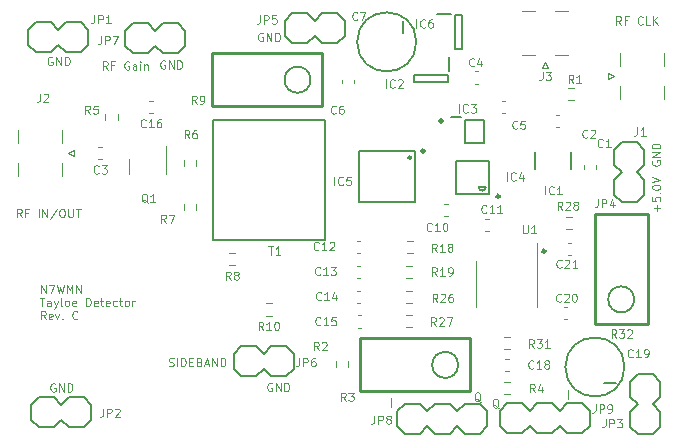
<source format=gbr>
%TF.GenerationSoftware,KiCad,Pcbnew,(6.0.2)*%
%TF.CreationDate,2022-12-27T17:28:47-08:00*%
%TF.ProjectId,qsd_revB,7173645f-7265-4764-922e-6b696361645f,rev?*%
%TF.SameCoordinates,Original*%
%TF.FileFunction,Legend,Top*%
%TF.FilePolarity,Positive*%
%FSLAX46Y46*%
G04 Gerber Fmt 4.6, Leading zero omitted, Abs format (unit mm)*
G04 Created by KiCad (PCBNEW (6.0.2)) date 2022-12-27 17:28:47*
%MOMM*%
%LPD*%
G01*
G04 APERTURE LIST*
%ADD10C,0.293238*%
%ADD11C,0.114300*%
%ADD12C,0.065024*%
%ADD13C,0.093472*%
%ADD14C,0.120000*%
%ADD15C,0.200000*%
%ADD16C,0.203200*%
%ADD17C,0.254000*%
%ADD18C,0.152400*%
%ADD19C,0.213600*%
%ADD20C,0.127000*%
G04 APERTURE END LIST*
D10*
X150152719Y-98414600D02*
G75*
G03*
X150152719Y-98414600I-146619J0D01*
G01*
X148632719Y-100974600D02*
G75*
G03*
X148632719Y-100974600I-146619J0D01*
G01*
X154972719Y-104814600D02*
G75*
G03*
X154972719Y-104814600I-146619J0D01*
G01*
X158862710Y-109461362D02*
G75*
G03*
X158862710Y-109461362I-146619J0D01*
G01*
D11*
X134912585Y-90986100D02*
X134846061Y-90952838D01*
X134746275Y-90952838D01*
X134646490Y-90986100D01*
X134579966Y-91052623D01*
X134546704Y-91119147D01*
X134513442Y-91252195D01*
X134513442Y-91351980D01*
X134546704Y-91485028D01*
X134579966Y-91551552D01*
X134646490Y-91618076D01*
X134746275Y-91651338D01*
X134812799Y-91651338D01*
X134912585Y-91618076D01*
X134945847Y-91584814D01*
X134945847Y-91351980D01*
X134812799Y-91351980D01*
X135245204Y-91651338D02*
X135245204Y-90952838D01*
X135644347Y-91651338D01*
X135644347Y-90952838D01*
X135976966Y-91651338D02*
X135976966Y-90952838D01*
X136143275Y-90952838D01*
X136243061Y-90986100D01*
X136309585Y-91052623D01*
X136342847Y-91119147D01*
X136376109Y-91252195D01*
X136376109Y-91351980D01*
X136342847Y-91485028D01*
X136309585Y-91551552D01*
X136243061Y-91618076D01*
X136143275Y-91651338D01*
X135976966Y-91651338D01*
X117332585Y-120666100D02*
X117266061Y-120632838D01*
X117166275Y-120632838D01*
X117066490Y-120666100D01*
X116999966Y-120732623D01*
X116966704Y-120799147D01*
X116933442Y-120932195D01*
X116933442Y-121031980D01*
X116966704Y-121165028D01*
X116999966Y-121231552D01*
X117066490Y-121298076D01*
X117166275Y-121331338D01*
X117232799Y-121331338D01*
X117332585Y-121298076D01*
X117365847Y-121264814D01*
X117365847Y-121031980D01*
X117232799Y-121031980D01*
X117665204Y-121331338D02*
X117665204Y-120632838D01*
X118064347Y-121331338D01*
X118064347Y-120632838D01*
X118396966Y-121331338D02*
X118396966Y-120632838D01*
X118563275Y-120632838D01*
X118663061Y-120666100D01*
X118729585Y-120732623D01*
X118762847Y-120799147D01*
X118796109Y-120932195D01*
X118796109Y-121031980D01*
X118762847Y-121165028D01*
X118729585Y-121231552D01*
X118663061Y-121298076D01*
X118563275Y-121331338D01*
X118396966Y-121331338D01*
X117087919Y-93035329D02*
X117021395Y-93002067D01*
X116921609Y-93002067D01*
X116821824Y-93035329D01*
X116755300Y-93101852D01*
X116722038Y-93168376D01*
X116688776Y-93301424D01*
X116688776Y-93401209D01*
X116722038Y-93534257D01*
X116755300Y-93600781D01*
X116821824Y-93667305D01*
X116921609Y-93700567D01*
X116988133Y-93700567D01*
X117087919Y-93667305D01*
X117121181Y-93634043D01*
X117121181Y-93401209D01*
X116988133Y-93401209D01*
X117420538Y-93700567D02*
X117420538Y-93002067D01*
X117819681Y-93700567D01*
X117819681Y-93002067D01*
X118152300Y-93700567D02*
X118152300Y-93002067D01*
X118318609Y-93002067D01*
X118418395Y-93035329D01*
X118484919Y-93101852D01*
X118518181Y-93168376D01*
X118551443Y-93301424D01*
X118551443Y-93401209D01*
X118518181Y-93534257D01*
X118484919Y-93600781D01*
X118418395Y-93667305D01*
X118318609Y-93700567D01*
X118152300Y-93700567D01*
X126622585Y-93336100D02*
X126556061Y-93302838D01*
X126456275Y-93302838D01*
X126356490Y-93336100D01*
X126289966Y-93402623D01*
X126256704Y-93469147D01*
X126223442Y-93602195D01*
X126223442Y-93701980D01*
X126256704Y-93835028D01*
X126289966Y-93901552D01*
X126356490Y-93968076D01*
X126456275Y-94001338D01*
X126522799Y-94001338D01*
X126622585Y-93968076D01*
X126655847Y-93934814D01*
X126655847Y-93701980D01*
X126522799Y-93701980D01*
X126955204Y-94001338D02*
X126955204Y-93302838D01*
X127354347Y-94001338D01*
X127354347Y-93302838D01*
X127686966Y-94001338D02*
X127686966Y-93302838D01*
X127853275Y-93302838D01*
X127953061Y-93336100D01*
X128019585Y-93402623D01*
X128052847Y-93469147D01*
X128086109Y-93602195D01*
X128086109Y-93701980D01*
X128052847Y-93835028D01*
X128019585Y-93901552D01*
X127953061Y-93968076D01*
X127853275Y-94001338D01*
X127686966Y-94001338D01*
X121789314Y-94080588D02*
X121556480Y-93747969D01*
X121390171Y-94080588D02*
X121390171Y-93382088D01*
X121656266Y-93382088D01*
X121722790Y-93415350D01*
X121756052Y-93448611D01*
X121789314Y-93515135D01*
X121789314Y-93614921D01*
X121756052Y-93681445D01*
X121722790Y-93714707D01*
X121656266Y-93747969D01*
X121390171Y-93747969D01*
X122321504Y-93714707D02*
X122088671Y-93714707D01*
X122088671Y-94080588D02*
X122088671Y-93382088D01*
X122421290Y-93382088D01*
X123585457Y-93415350D02*
X123518933Y-93382088D01*
X123419147Y-93382088D01*
X123319361Y-93415350D01*
X123252838Y-93481873D01*
X123219576Y-93548397D01*
X123186314Y-93681445D01*
X123186314Y-93781230D01*
X123219576Y-93914278D01*
X123252838Y-93980802D01*
X123319361Y-94047326D01*
X123419147Y-94080588D01*
X123485671Y-94080588D01*
X123585457Y-94047326D01*
X123618719Y-94014064D01*
X123618719Y-93781230D01*
X123485671Y-93781230D01*
X124217433Y-94080588D02*
X124217433Y-93714707D01*
X124184171Y-93648183D01*
X124117647Y-93614921D01*
X123984600Y-93614921D01*
X123918076Y-93648183D01*
X124217433Y-94047326D02*
X124150909Y-94080588D01*
X123984600Y-94080588D01*
X123918076Y-94047326D01*
X123884814Y-93980802D01*
X123884814Y-93914278D01*
X123918076Y-93847754D01*
X123984600Y-93814492D01*
X124150909Y-93814492D01*
X124217433Y-93781230D01*
X124550052Y-94080588D02*
X124550052Y-93614921D01*
X124550052Y-93382088D02*
X124516790Y-93415350D01*
X124550052Y-93448611D01*
X124583314Y-93415350D01*
X124550052Y-93382088D01*
X124550052Y-93448611D01*
X124882671Y-93614921D02*
X124882671Y-94080588D01*
X124882671Y-93681445D02*
X124915933Y-93648183D01*
X124982457Y-93614921D01*
X125082242Y-93614921D01*
X125148766Y-93648183D01*
X125182028Y-93714707D01*
X125182028Y-94080588D01*
X135682585Y-120631100D02*
X135616061Y-120597838D01*
X135516275Y-120597838D01*
X135416490Y-120631100D01*
X135349966Y-120697623D01*
X135316704Y-120764147D01*
X135283442Y-120897195D01*
X135283442Y-120996980D01*
X135316704Y-121130028D01*
X135349966Y-121196552D01*
X135416490Y-121263076D01*
X135516275Y-121296338D01*
X135582799Y-121296338D01*
X135682585Y-121263076D01*
X135715847Y-121229814D01*
X135715847Y-120996980D01*
X135582799Y-120996980D01*
X136015204Y-121296338D02*
X136015204Y-120597838D01*
X136414347Y-121296338D01*
X136414347Y-120597838D01*
X136746966Y-121296338D02*
X136746966Y-120597838D01*
X136913275Y-120597838D01*
X137013061Y-120631100D01*
X137079585Y-120697623D01*
X137112847Y-120764147D01*
X137146109Y-120897195D01*
X137146109Y-120996980D01*
X137112847Y-121130028D01*
X137079585Y-121196552D01*
X137013061Y-121263076D01*
X136913275Y-121296338D01*
X136746966Y-121296338D01*
X126958442Y-119163075D02*
X127058228Y-119196337D01*
X127224537Y-119196337D01*
X127291061Y-119163075D01*
X127324323Y-119129813D01*
X127357585Y-119063289D01*
X127357585Y-118996765D01*
X127324323Y-118930241D01*
X127291061Y-118896979D01*
X127224537Y-118863718D01*
X127091490Y-118830456D01*
X127024966Y-118797194D01*
X126991704Y-118763932D01*
X126958442Y-118697408D01*
X126958442Y-118630884D01*
X126991704Y-118564360D01*
X127024966Y-118531099D01*
X127091490Y-118497837D01*
X127257799Y-118497837D01*
X127357585Y-118531099D01*
X127656942Y-119196337D02*
X127656942Y-118497837D01*
X127989561Y-119196337D02*
X127989561Y-118497837D01*
X128155871Y-118497837D01*
X128255656Y-118531099D01*
X128322180Y-118597622D01*
X128355442Y-118664146D01*
X128388704Y-118797194D01*
X128388704Y-118896979D01*
X128355442Y-119030027D01*
X128322180Y-119096551D01*
X128255656Y-119163075D01*
X128155871Y-119196337D01*
X127989561Y-119196337D01*
X128688061Y-118830456D02*
X128920895Y-118830456D01*
X129020680Y-119196337D02*
X128688061Y-119196337D01*
X128688061Y-118497837D01*
X129020680Y-118497837D01*
X129552871Y-118830456D02*
X129652656Y-118863718D01*
X129685918Y-118896979D01*
X129719180Y-118963503D01*
X129719180Y-119063289D01*
X129685918Y-119129813D01*
X129652656Y-119163075D01*
X129586133Y-119196337D01*
X129320037Y-119196337D01*
X129320037Y-118497837D01*
X129552871Y-118497837D01*
X129619395Y-118531099D01*
X129652656Y-118564360D01*
X129685918Y-118630884D01*
X129685918Y-118697408D01*
X129652656Y-118763932D01*
X129619395Y-118797194D01*
X129552871Y-118830456D01*
X129320037Y-118830456D01*
X129985275Y-118996765D02*
X130317895Y-118996765D01*
X129918752Y-119196337D02*
X130151585Y-118497837D01*
X130384418Y-119196337D01*
X130617252Y-119196337D02*
X130617252Y-118497837D01*
X131016395Y-119196337D01*
X131016395Y-118497837D01*
X131349014Y-119196337D02*
X131349014Y-118497837D01*
X131515323Y-118497837D01*
X131615109Y-118531099D01*
X131681633Y-118597622D01*
X131714895Y-118664146D01*
X131748156Y-118797194D01*
X131748156Y-118896979D01*
X131714895Y-119030027D01*
X131681633Y-119096551D01*
X131615109Y-119163075D01*
X131515323Y-119196337D01*
X131349014Y-119196337D01*
X168301753Y-106063996D02*
X168301753Y-105531806D01*
X168567849Y-105797901D02*
X168035658Y-105797901D01*
X167869349Y-104866567D02*
X167869349Y-105199186D01*
X168201968Y-105232448D01*
X168168706Y-105199186D01*
X168135444Y-105132663D01*
X168135444Y-104966353D01*
X168168706Y-104899829D01*
X168201968Y-104866567D01*
X168268491Y-104833306D01*
X168434801Y-104833306D01*
X168501325Y-104866567D01*
X168534587Y-104899829D01*
X168567849Y-104966353D01*
X168567849Y-105132663D01*
X168534587Y-105199186D01*
X168501325Y-105232448D01*
X168501325Y-104533948D02*
X168534587Y-104500686D01*
X168567849Y-104533948D01*
X168534587Y-104567210D01*
X168501325Y-104533948D01*
X168567849Y-104533948D01*
X167869349Y-104068282D02*
X167869349Y-104001758D01*
X167902611Y-103935234D01*
X167935872Y-103901972D01*
X168002396Y-103868710D01*
X168135444Y-103835448D01*
X168301753Y-103835448D01*
X168434801Y-103868710D01*
X168501325Y-103901972D01*
X168534587Y-103935234D01*
X168567849Y-104001758D01*
X168567849Y-104068282D01*
X168534587Y-104134806D01*
X168501325Y-104168067D01*
X168434801Y-104201329D01*
X168301753Y-104234591D01*
X168135444Y-104234591D01*
X168002396Y-104201329D01*
X167935872Y-104168067D01*
X167902611Y-104134806D01*
X167869349Y-104068282D01*
X167869349Y-103635877D02*
X168567849Y-103403044D01*
X167869349Y-103170210D01*
X114490847Y-106571338D02*
X114258014Y-106238719D01*
X114091704Y-106571338D02*
X114091704Y-105872838D01*
X114357799Y-105872838D01*
X114424323Y-105906100D01*
X114457585Y-105939361D01*
X114490847Y-106005885D01*
X114490847Y-106105671D01*
X114457585Y-106172195D01*
X114424323Y-106205457D01*
X114357799Y-106238719D01*
X114091704Y-106238719D01*
X115023037Y-106205457D02*
X114790204Y-106205457D01*
X114790204Y-106571338D02*
X114790204Y-105872838D01*
X115122823Y-105872838D01*
X115921109Y-106571338D02*
X115921109Y-105872838D01*
X116253728Y-106571338D02*
X116253728Y-105872838D01*
X116652871Y-106571338D01*
X116652871Y-105872838D01*
X117484418Y-105839576D02*
X116885704Y-106737647D01*
X117850299Y-105872838D02*
X117983347Y-105872838D01*
X118049871Y-105906100D01*
X118116395Y-105972623D01*
X118149656Y-106105671D01*
X118149656Y-106338504D01*
X118116395Y-106471552D01*
X118049871Y-106538076D01*
X117983347Y-106571338D01*
X117850299Y-106571338D01*
X117783775Y-106538076D01*
X117717252Y-106471552D01*
X117683990Y-106338504D01*
X117683990Y-106105671D01*
X117717252Y-105972623D01*
X117783775Y-105906100D01*
X117850299Y-105872838D01*
X118449014Y-105872838D02*
X118449014Y-106438290D01*
X118482275Y-106504814D01*
X118515537Y-106538076D01*
X118582061Y-106571338D01*
X118715109Y-106571338D01*
X118781633Y-106538076D01*
X118814895Y-106504814D01*
X118848156Y-106438290D01*
X118848156Y-105872838D01*
X119080990Y-105872838D02*
X119480133Y-105872838D01*
X119280561Y-106571338D02*
X119280561Y-105872838D01*
X165255852Y-90271333D02*
X165023019Y-89938714D01*
X164856709Y-90271333D02*
X164856709Y-89572833D01*
X165122804Y-89572833D01*
X165189328Y-89606095D01*
X165222590Y-89639356D01*
X165255852Y-89705880D01*
X165255852Y-89805666D01*
X165222590Y-89872190D01*
X165189328Y-89905452D01*
X165122804Y-89938714D01*
X164856709Y-89938714D01*
X165788042Y-89905452D02*
X165555209Y-89905452D01*
X165555209Y-90271333D02*
X165555209Y-89572833D01*
X165887828Y-89572833D01*
X167085257Y-90204809D02*
X167051995Y-90238071D01*
X166952209Y-90271333D01*
X166885685Y-90271333D01*
X166785900Y-90238071D01*
X166719376Y-90171547D01*
X166686114Y-90105023D01*
X166652852Y-89971975D01*
X166652852Y-89872190D01*
X166686114Y-89739142D01*
X166719376Y-89672618D01*
X166785900Y-89606095D01*
X166885685Y-89572833D01*
X166952209Y-89572833D01*
X167051995Y-89606095D01*
X167085257Y-89639356D01*
X167717233Y-90271333D02*
X167384614Y-90271333D01*
X167384614Y-89572833D01*
X167950066Y-90271333D02*
X167950066Y-89572833D01*
X168349209Y-90271333D02*
X168049852Y-89872190D01*
X168349209Y-89572833D02*
X167950066Y-89971975D01*
X167902611Y-101798115D02*
X167869349Y-101864639D01*
X167869349Y-101964425D01*
X167902611Y-102064210D01*
X167969134Y-102130734D01*
X168035658Y-102163996D01*
X168168706Y-102197258D01*
X168268491Y-102197258D01*
X168401539Y-102163996D01*
X168468063Y-102130734D01*
X168534587Y-102064210D01*
X168567849Y-101964425D01*
X168567849Y-101897901D01*
X168534587Y-101798115D01*
X168501325Y-101764853D01*
X168268491Y-101764853D01*
X168268491Y-101897901D01*
X168567849Y-101465496D02*
X167869349Y-101465496D01*
X168567849Y-101066353D01*
X167869349Y-101066353D01*
X168567849Y-100733734D02*
X167869349Y-100733734D01*
X167869349Y-100567425D01*
X167902611Y-100467639D01*
X167969134Y-100401115D01*
X168035658Y-100367853D01*
X168168706Y-100334591D01*
X168268491Y-100334591D01*
X168401539Y-100367853D01*
X168468063Y-100401115D01*
X168534587Y-100467639D01*
X168567849Y-100567425D01*
X168567849Y-100733734D01*
D12*
X160771407Y-121968991D02*
X160771407Y-121221215D01*
X145786407Y-122668991D02*
X145786407Y-121921215D01*
X154894924Y-122765208D02*
X154823708Y-122729600D01*
X154752491Y-122658383D01*
X154645666Y-122551558D01*
X154574449Y-122515949D01*
X154503232Y-122515949D01*
X154538841Y-122693991D02*
X154467624Y-122658383D01*
X154396407Y-122587166D01*
X154360799Y-122444732D01*
X154360799Y-122195474D01*
X154396407Y-122053040D01*
X154467624Y-121981824D01*
X154538841Y-121946215D01*
X154681274Y-121946215D01*
X154752491Y-121981824D01*
X154823708Y-122053040D01*
X154859316Y-122195474D01*
X154859316Y-122444732D01*
X154823708Y-122587166D01*
X154752491Y-122658383D01*
X154681274Y-122693991D01*
X154538841Y-122693991D01*
X153369924Y-122215208D02*
X153298708Y-122179600D01*
X153227491Y-122108383D01*
X153120666Y-122001558D01*
X153049449Y-121965949D01*
X152978232Y-121965949D01*
X153013841Y-122143991D02*
X152942624Y-122108383D01*
X152871407Y-122037166D01*
X152835799Y-121894732D01*
X152835799Y-121645474D01*
X152871407Y-121503040D01*
X152942624Y-121431824D01*
X153013841Y-121396215D01*
X153156274Y-121396215D01*
X153227491Y-121431824D01*
X153298708Y-121503040D01*
X153334316Y-121645474D01*
X153334316Y-121894732D01*
X153298708Y-122037166D01*
X153227491Y-122108383D01*
X153156274Y-122143991D01*
X153013841Y-122143991D01*
D11*
X116126704Y-112972168D02*
X116126704Y-112273668D01*
X116525847Y-112972168D01*
X116525847Y-112273668D01*
X116791942Y-112273668D02*
X117257609Y-112273668D01*
X116958252Y-112972168D01*
X117457180Y-112273668D02*
X117623490Y-112972168D01*
X117756537Y-112473239D01*
X117889585Y-112972168D01*
X118055895Y-112273668D01*
X118321990Y-112972168D02*
X118321990Y-112273668D01*
X118554823Y-112772596D01*
X118787656Y-112273668D01*
X118787656Y-112972168D01*
X119120275Y-112972168D02*
X119120275Y-112273668D01*
X119519418Y-112972168D01*
X119519418Y-112273668D01*
X116026918Y-113398253D02*
X116426061Y-113398253D01*
X116226490Y-114096753D02*
X116226490Y-113398253D01*
X116958252Y-114096753D02*
X116958252Y-113730872D01*
X116924990Y-113664348D01*
X116858466Y-113631086D01*
X116725418Y-113631086D01*
X116658895Y-113664348D01*
X116958252Y-114063491D02*
X116891728Y-114096753D01*
X116725418Y-114096753D01*
X116658895Y-114063491D01*
X116625633Y-113996967D01*
X116625633Y-113930443D01*
X116658895Y-113863919D01*
X116725418Y-113830657D01*
X116891728Y-113830657D01*
X116958252Y-113797395D01*
X117224347Y-113631086D02*
X117390656Y-114096753D01*
X117556966Y-113631086D02*
X117390656Y-114096753D01*
X117324133Y-114263062D01*
X117290871Y-114296324D01*
X117224347Y-114329586D01*
X117922847Y-114096753D02*
X117856323Y-114063491D01*
X117823061Y-113996967D01*
X117823061Y-113398253D01*
X118288728Y-114096753D02*
X118222204Y-114063491D01*
X118188942Y-114030229D01*
X118155680Y-113963705D01*
X118155680Y-113764134D01*
X118188942Y-113697610D01*
X118222204Y-113664348D01*
X118288728Y-113631086D01*
X118388514Y-113631086D01*
X118455037Y-113664348D01*
X118488299Y-113697610D01*
X118521561Y-113764134D01*
X118521561Y-113963705D01*
X118488299Y-114030229D01*
X118455037Y-114063491D01*
X118388514Y-114096753D01*
X118288728Y-114096753D01*
X119087014Y-114063491D02*
X119020490Y-114096753D01*
X118887442Y-114096753D01*
X118820918Y-114063491D01*
X118787656Y-113996967D01*
X118787656Y-113730872D01*
X118820918Y-113664348D01*
X118887442Y-113631086D01*
X119020490Y-113631086D01*
X119087014Y-113664348D01*
X119120275Y-113730872D01*
X119120275Y-113797395D01*
X118787656Y-113863919D01*
X119951823Y-114096753D02*
X119951823Y-113398253D01*
X120118133Y-113398253D01*
X120217918Y-113431515D01*
X120284442Y-113498038D01*
X120317704Y-113564562D01*
X120350966Y-113697610D01*
X120350966Y-113797395D01*
X120317704Y-113930443D01*
X120284442Y-113996967D01*
X120217918Y-114063491D01*
X120118133Y-114096753D01*
X119951823Y-114096753D01*
X120916418Y-114063491D02*
X120849895Y-114096753D01*
X120716847Y-114096753D01*
X120650323Y-114063491D01*
X120617061Y-113996967D01*
X120617061Y-113730872D01*
X120650323Y-113664348D01*
X120716847Y-113631086D01*
X120849895Y-113631086D01*
X120916418Y-113664348D01*
X120949680Y-113730872D01*
X120949680Y-113797395D01*
X120617061Y-113863919D01*
X121149252Y-113631086D02*
X121415347Y-113631086D01*
X121249037Y-113398253D02*
X121249037Y-113996967D01*
X121282299Y-114063491D01*
X121348823Y-114096753D01*
X121415347Y-114096753D01*
X121914275Y-114063491D02*
X121847752Y-114096753D01*
X121714704Y-114096753D01*
X121648180Y-114063491D01*
X121614918Y-113996967D01*
X121614918Y-113730872D01*
X121648180Y-113664348D01*
X121714704Y-113631086D01*
X121847752Y-113631086D01*
X121914275Y-113664348D01*
X121947537Y-113730872D01*
X121947537Y-113797395D01*
X121614918Y-113863919D01*
X122546252Y-114063491D02*
X122479728Y-114096753D01*
X122346680Y-114096753D01*
X122280156Y-114063491D01*
X122246895Y-114030229D01*
X122213633Y-113963705D01*
X122213633Y-113764134D01*
X122246895Y-113697610D01*
X122280156Y-113664348D01*
X122346680Y-113631086D01*
X122479728Y-113631086D01*
X122546252Y-113664348D01*
X122745823Y-113631086D02*
X123011918Y-113631086D01*
X122845609Y-113398253D02*
X122845609Y-113996967D01*
X122878871Y-114063491D01*
X122945395Y-114096753D01*
X123011918Y-114096753D01*
X123344537Y-114096753D02*
X123278014Y-114063491D01*
X123244752Y-114030229D01*
X123211490Y-113963705D01*
X123211490Y-113764134D01*
X123244752Y-113697610D01*
X123278014Y-113664348D01*
X123344537Y-113631086D01*
X123444323Y-113631086D01*
X123510847Y-113664348D01*
X123544109Y-113697610D01*
X123577371Y-113764134D01*
X123577371Y-113963705D01*
X123544109Y-114030229D01*
X123510847Y-114063491D01*
X123444323Y-114096753D01*
X123344537Y-114096753D01*
X123876728Y-114096753D02*
X123876728Y-113631086D01*
X123876728Y-113764134D02*
X123909990Y-113697610D01*
X123943252Y-113664348D01*
X124009775Y-113631086D01*
X124076299Y-113631086D01*
X116525847Y-115221338D02*
X116293014Y-114888719D01*
X116126704Y-115221338D02*
X116126704Y-114522838D01*
X116392799Y-114522838D01*
X116459323Y-114556100D01*
X116492585Y-114589361D01*
X116525847Y-114655885D01*
X116525847Y-114755671D01*
X116492585Y-114822195D01*
X116459323Y-114855457D01*
X116392799Y-114888719D01*
X116126704Y-114888719D01*
X117091299Y-115188076D02*
X117024775Y-115221338D01*
X116891728Y-115221338D01*
X116825204Y-115188076D01*
X116791942Y-115121552D01*
X116791942Y-114855457D01*
X116825204Y-114788933D01*
X116891728Y-114755671D01*
X117024775Y-114755671D01*
X117091299Y-114788933D01*
X117124561Y-114855457D01*
X117124561Y-114921980D01*
X116791942Y-114988504D01*
X117357395Y-114755671D02*
X117523704Y-115221338D01*
X117690014Y-114755671D01*
X117956109Y-115154814D02*
X117989371Y-115188076D01*
X117956109Y-115221338D01*
X117922847Y-115188076D01*
X117956109Y-115154814D01*
X117956109Y-115221338D01*
X119220061Y-115154814D02*
X119186799Y-115188076D01*
X119087014Y-115221338D01*
X119020490Y-115221338D01*
X118920704Y-115188076D01*
X118854180Y-115121552D01*
X118820918Y-115055028D01*
X118787656Y-114921980D01*
X118787656Y-114822195D01*
X118820918Y-114689147D01*
X118854180Y-114622623D01*
X118920704Y-114556100D01*
X119020490Y-114522838D01*
X119087014Y-114522838D01*
X119186799Y-114556100D01*
X119220061Y-114589361D01*
%TO.C,C11*%
X153847064Y-106174064D02*
X153813802Y-106207326D01*
X153714016Y-106240588D01*
X153647492Y-106240588D01*
X153547707Y-106207326D01*
X153481183Y-106140802D01*
X153447921Y-106074278D01*
X153414659Y-105941230D01*
X153414659Y-105841445D01*
X153447921Y-105708397D01*
X153481183Y-105641873D01*
X153547707Y-105575350D01*
X153647492Y-105542088D01*
X153714016Y-105542088D01*
X153813802Y-105575350D01*
X153847064Y-105608611D01*
X154512302Y-106240588D02*
X154113159Y-106240588D01*
X154312730Y-106240588D02*
X154312730Y-105542088D01*
X154246207Y-105641873D01*
X154179683Y-105708397D01*
X154113159Y-105741659D01*
X155177540Y-106240588D02*
X154778397Y-106240588D01*
X154977969Y-106240588D02*
X154977969Y-105542088D01*
X154911445Y-105641873D01*
X154844921Y-105708397D01*
X154778397Y-105741659D01*
%TO.C,C4*%
X152809683Y-93744064D02*
X152776421Y-93777326D01*
X152676635Y-93810588D01*
X152610111Y-93810588D01*
X152510326Y-93777326D01*
X152443802Y-93710802D01*
X152410540Y-93644278D01*
X152377278Y-93511230D01*
X152377278Y-93411445D01*
X152410540Y-93278397D01*
X152443802Y-93211873D01*
X152510326Y-93145350D01*
X152610111Y-93112088D01*
X152676635Y-93112088D01*
X152776421Y-93145350D01*
X152809683Y-93178611D01*
X153408397Y-93344921D02*
X153408397Y-93810588D01*
X153242088Y-93078826D02*
X153075778Y-93577754D01*
X153508183Y-93577754D01*
%TO.C,C1*%
X163699683Y-100584064D02*
X163666421Y-100617326D01*
X163566635Y-100650588D01*
X163500111Y-100650588D01*
X163400326Y-100617326D01*
X163333802Y-100550802D01*
X163300540Y-100484278D01*
X163267278Y-100351230D01*
X163267278Y-100251445D01*
X163300540Y-100118397D01*
X163333802Y-100051873D01*
X163400326Y-99985350D01*
X163500111Y-99952088D01*
X163566635Y-99952088D01*
X163666421Y-99985350D01*
X163699683Y-100018611D01*
X164364921Y-100650588D02*
X163965778Y-100650588D01*
X164165350Y-100650588D02*
X164165350Y-99952088D01*
X164098826Y-100051873D01*
X164032302Y-100118397D01*
X163965778Y-100151659D01*
%TO.C,IC2*%
X145351751Y-95610590D02*
X145351751Y-94912090D01*
X146083513Y-95544066D02*
X146050251Y-95577328D01*
X145950465Y-95610590D01*
X145883941Y-95610590D01*
X145784156Y-95577328D01*
X145717632Y-95510804D01*
X145684370Y-95444280D01*
X145651108Y-95311232D01*
X145651108Y-95211447D01*
X145684370Y-95078399D01*
X145717632Y-95011875D01*
X145784156Y-94945352D01*
X145883941Y-94912090D01*
X145950465Y-94912090D01*
X146050251Y-94945352D01*
X146083513Y-94978613D01*
X146349608Y-94978613D02*
X146382870Y-94945352D01*
X146449394Y-94912090D01*
X146615703Y-94912090D01*
X146682227Y-94945352D01*
X146715489Y-94978613D01*
X146748751Y-95045137D01*
X146748751Y-95111661D01*
X146715489Y-95211447D01*
X146316346Y-95610590D01*
X146748751Y-95610590D01*
%TO.C,JP5*%
X134676275Y-89482838D02*
X134676275Y-89981766D01*
X134643014Y-90081552D01*
X134576490Y-90148076D01*
X134476704Y-90181338D01*
X134410180Y-90181338D01*
X135008895Y-90181338D02*
X135008895Y-89482838D01*
X135274990Y-89482838D01*
X135341514Y-89516100D01*
X135374775Y-89549361D01*
X135408037Y-89615885D01*
X135408037Y-89715671D01*
X135374775Y-89782195D01*
X135341514Y-89815457D01*
X135274990Y-89848719D01*
X135008895Y-89848719D01*
X136040014Y-89482838D02*
X135707395Y-89482838D01*
X135674133Y-89815457D01*
X135707395Y-89782195D01*
X135773918Y-89748933D01*
X135940228Y-89748933D01*
X136006752Y-89782195D01*
X136040014Y-89815457D01*
X136073275Y-89881980D01*
X136073275Y-90048290D01*
X136040014Y-90114814D01*
X136006752Y-90148076D01*
X135940228Y-90181338D01*
X135773918Y-90181338D01*
X135707395Y-90148076D01*
X135674133Y-90114814D01*
%TO.C,J3*%
X158593264Y-94272087D02*
X158593264Y-94771015D01*
X158560002Y-94870801D01*
X158493478Y-94937325D01*
X158393693Y-94970587D01*
X158327169Y-94970587D01*
X158859359Y-94272087D02*
X159291764Y-94272087D01*
X159058931Y-94538182D01*
X159158717Y-94538182D01*
X159225240Y-94571444D01*
X159258502Y-94604706D01*
X159291764Y-94671229D01*
X159291764Y-94837539D01*
X159258502Y-94904063D01*
X159225240Y-94937325D01*
X159158717Y-94970587D01*
X158959145Y-94970587D01*
X158892621Y-94937325D01*
X158859359Y-94904063D01*
%TO.C,U1*%
X156943897Y-107247087D02*
X156943897Y-107812539D01*
X156977159Y-107879063D01*
X157010421Y-107912325D01*
X157076945Y-107945587D01*
X157209992Y-107945587D01*
X157276516Y-107912325D01*
X157309778Y-107879063D01*
X157343040Y-107812539D01*
X157343040Y-107247087D01*
X158041540Y-107945587D02*
X157642397Y-107945587D01*
X157841968Y-107945587D02*
X157841968Y-107247087D01*
X157775445Y-107346872D01*
X157708921Y-107413396D01*
X157642397Y-107446658D01*
%TO.C,R31*%
X157867064Y-117620588D02*
X157634230Y-117287969D01*
X157467921Y-117620588D02*
X157467921Y-116922088D01*
X157734016Y-116922088D01*
X157800540Y-116955350D01*
X157833802Y-116988611D01*
X157867064Y-117055135D01*
X157867064Y-117154921D01*
X157833802Y-117221445D01*
X157800540Y-117254707D01*
X157734016Y-117287969D01*
X157467921Y-117287969D01*
X158099897Y-116922088D02*
X158532302Y-116922088D01*
X158299469Y-117188183D01*
X158399254Y-117188183D01*
X158465778Y-117221445D01*
X158499040Y-117254707D01*
X158532302Y-117321230D01*
X158532302Y-117487540D01*
X158499040Y-117554064D01*
X158465778Y-117587326D01*
X158399254Y-117620588D01*
X158199683Y-117620588D01*
X158133159Y-117587326D01*
X158099897Y-117554064D01*
X159197540Y-117620588D02*
X158798397Y-117620588D01*
X158997969Y-117620588D02*
X158997969Y-116922088D01*
X158931445Y-117021873D01*
X158864921Y-117088397D01*
X158798397Y-117121659D01*
%TO.C,R28*%
X160277059Y-105945589D02*
X160044225Y-105612970D01*
X159877916Y-105945589D02*
X159877916Y-105247089D01*
X160144011Y-105247089D01*
X160210535Y-105280351D01*
X160243797Y-105313612D01*
X160277059Y-105380136D01*
X160277059Y-105479922D01*
X160243797Y-105546446D01*
X160210535Y-105579708D01*
X160144011Y-105612970D01*
X159877916Y-105612970D01*
X160543154Y-105313612D02*
X160576416Y-105280351D01*
X160642940Y-105247089D01*
X160809249Y-105247089D01*
X160875773Y-105280351D01*
X160909035Y-105313612D01*
X160942297Y-105380136D01*
X160942297Y-105446660D01*
X160909035Y-105546446D01*
X160509892Y-105945589D01*
X160942297Y-105945589D01*
X161341440Y-105546446D02*
X161274916Y-105513184D01*
X161241654Y-105479922D01*
X161208392Y-105413398D01*
X161208392Y-105380136D01*
X161241654Y-105313612D01*
X161274916Y-105280351D01*
X161341440Y-105247089D01*
X161474487Y-105247089D01*
X161541011Y-105280351D01*
X161574273Y-105313612D01*
X161607535Y-105380136D01*
X161607535Y-105413398D01*
X161574273Y-105479922D01*
X161541011Y-105513184D01*
X161474487Y-105546446D01*
X161341440Y-105546446D01*
X161274916Y-105579708D01*
X161241654Y-105612970D01*
X161208392Y-105679493D01*
X161208392Y-105812541D01*
X161241654Y-105879065D01*
X161274916Y-105912327D01*
X161341440Y-105945589D01*
X161474487Y-105945589D01*
X161541011Y-105912327D01*
X161574273Y-105879065D01*
X161607535Y-105812541D01*
X161607535Y-105679493D01*
X161574273Y-105612970D01*
X161541011Y-105579708D01*
X161474487Y-105546446D01*
%TO.C,R27*%
X149577064Y-115750588D02*
X149344230Y-115417969D01*
X149177921Y-115750588D02*
X149177921Y-115052088D01*
X149444016Y-115052088D01*
X149510540Y-115085350D01*
X149543802Y-115118611D01*
X149577064Y-115185135D01*
X149577064Y-115284921D01*
X149543802Y-115351445D01*
X149510540Y-115384707D01*
X149444016Y-115417969D01*
X149177921Y-115417969D01*
X149843159Y-115118611D02*
X149876421Y-115085350D01*
X149942945Y-115052088D01*
X150109254Y-115052088D01*
X150175778Y-115085350D01*
X150209040Y-115118611D01*
X150242302Y-115185135D01*
X150242302Y-115251659D01*
X150209040Y-115351445D01*
X149809897Y-115750588D01*
X150242302Y-115750588D01*
X150475135Y-115052088D02*
X150940802Y-115052088D01*
X150641445Y-115750588D01*
%TO.C,R26*%
X149697064Y-113750588D02*
X149464230Y-113417969D01*
X149297921Y-113750588D02*
X149297921Y-113052088D01*
X149564016Y-113052088D01*
X149630540Y-113085350D01*
X149663802Y-113118611D01*
X149697064Y-113185135D01*
X149697064Y-113284921D01*
X149663802Y-113351445D01*
X149630540Y-113384707D01*
X149564016Y-113417969D01*
X149297921Y-113417969D01*
X149963159Y-113118611D02*
X149996421Y-113085350D01*
X150062945Y-113052088D01*
X150229254Y-113052088D01*
X150295778Y-113085350D01*
X150329040Y-113118611D01*
X150362302Y-113185135D01*
X150362302Y-113251659D01*
X150329040Y-113351445D01*
X149929897Y-113750588D01*
X150362302Y-113750588D01*
X150961016Y-113052088D02*
X150827969Y-113052088D01*
X150761445Y-113085350D01*
X150728183Y-113118611D01*
X150661659Y-113218397D01*
X150628397Y-113351445D01*
X150628397Y-113617540D01*
X150661659Y-113684064D01*
X150694921Y-113717326D01*
X150761445Y-113750588D01*
X150894492Y-113750588D01*
X150961016Y-113717326D01*
X150994278Y-113684064D01*
X151027540Y-113617540D01*
X151027540Y-113451230D01*
X150994278Y-113384707D01*
X150961016Y-113351445D01*
X150894492Y-113318183D01*
X150761445Y-113318183D01*
X150694921Y-113351445D01*
X150661659Y-113384707D01*
X150628397Y-113451230D01*
%TO.C,R19*%
X149657064Y-111530588D02*
X149424230Y-111197969D01*
X149257921Y-111530588D02*
X149257921Y-110832088D01*
X149524016Y-110832088D01*
X149590540Y-110865350D01*
X149623802Y-110898611D01*
X149657064Y-110965135D01*
X149657064Y-111064921D01*
X149623802Y-111131445D01*
X149590540Y-111164707D01*
X149524016Y-111197969D01*
X149257921Y-111197969D01*
X150322302Y-111530588D02*
X149923159Y-111530588D01*
X150122730Y-111530588D02*
X150122730Y-110832088D01*
X150056207Y-110931873D01*
X149989683Y-110998397D01*
X149923159Y-111031659D01*
X150654921Y-111530588D02*
X150787969Y-111530588D01*
X150854492Y-111497326D01*
X150887754Y-111464064D01*
X150954278Y-111364278D01*
X150987540Y-111231230D01*
X150987540Y-110965135D01*
X150954278Y-110898611D01*
X150921016Y-110865350D01*
X150854492Y-110832088D01*
X150721445Y-110832088D01*
X150654921Y-110865350D01*
X150621659Y-110898611D01*
X150588397Y-110965135D01*
X150588397Y-111131445D01*
X150621659Y-111197969D01*
X150654921Y-111231230D01*
X150721445Y-111264492D01*
X150854492Y-111264492D01*
X150921016Y-111231230D01*
X150954278Y-111197969D01*
X150987540Y-111131445D01*
%TO.C,R18*%
X149637064Y-109510588D02*
X149404230Y-109177969D01*
X149237921Y-109510588D02*
X149237921Y-108812088D01*
X149504016Y-108812088D01*
X149570540Y-108845350D01*
X149603802Y-108878611D01*
X149637064Y-108945135D01*
X149637064Y-109044921D01*
X149603802Y-109111445D01*
X149570540Y-109144707D01*
X149504016Y-109177969D01*
X149237921Y-109177969D01*
X150302302Y-109510588D02*
X149903159Y-109510588D01*
X150102730Y-109510588D02*
X150102730Y-108812088D01*
X150036207Y-108911873D01*
X149969683Y-108978397D01*
X149903159Y-109011659D01*
X150701445Y-109111445D02*
X150634921Y-109078183D01*
X150601659Y-109044921D01*
X150568397Y-108978397D01*
X150568397Y-108945135D01*
X150601659Y-108878611D01*
X150634921Y-108845350D01*
X150701445Y-108812088D01*
X150834492Y-108812088D01*
X150901016Y-108845350D01*
X150934278Y-108878611D01*
X150967540Y-108945135D01*
X150967540Y-108978397D01*
X150934278Y-109044921D01*
X150901016Y-109078183D01*
X150834492Y-109111445D01*
X150701445Y-109111445D01*
X150634921Y-109144707D01*
X150601659Y-109177969D01*
X150568397Y-109244492D01*
X150568397Y-109377540D01*
X150601659Y-109444064D01*
X150634921Y-109477326D01*
X150701445Y-109510588D01*
X150834492Y-109510588D01*
X150901016Y-109477326D01*
X150934278Y-109444064D01*
X150967540Y-109377540D01*
X150967540Y-109244492D01*
X150934278Y-109177969D01*
X150901016Y-109144707D01*
X150834492Y-109111445D01*
%TO.C,R10*%
X134952065Y-116125589D02*
X134719231Y-115792970D01*
X134552922Y-116125589D02*
X134552922Y-115427089D01*
X134819017Y-115427089D01*
X134885541Y-115460351D01*
X134918803Y-115493612D01*
X134952065Y-115560136D01*
X134952065Y-115659922D01*
X134918803Y-115726446D01*
X134885541Y-115759708D01*
X134819017Y-115792970D01*
X134552922Y-115792970D01*
X135617303Y-116125589D02*
X135218160Y-116125589D01*
X135417731Y-116125589D02*
X135417731Y-115427089D01*
X135351208Y-115526874D01*
X135284684Y-115593398D01*
X135218160Y-115626660D01*
X136049708Y-115427089D02*
X136116231Y-115427089D01*
X136182755Y-115460351D01*
X136216017Y-115493612D01*
X136249279Y-115560136D01*
X136282541Y-115693184D01*
X136282541Y-115859493D01*
X136249279Y-115992541D01*
X136216017Y-116059065D01*
X136182755Y-116092327D01*
X136116231Y-116125589D01*
X136049708Y-116125589D01*
X135983184Y-116092327D01*
X135949922Y-116059065D01*
X135916660Y-115992541D01*
X135883398Y-115859493D01*
X135883398Y-115693184D01*
X135916660Y-115560136D01*
X135949922Y-115493612D01*
X135983184Y-115460351D01*
X136049708Y-115427089D01*
%TO.C,R8*%
X132209684Y-111875587D02*
X131976851Y-111542968D01*
X131810541Y-111875587D02*
X131810541Y-111177087D01*
X132076636Y-111177087D01*
X132143160Y-111210349D01*
X132176422Y-111243610D01*
X132209684Y-111310134D01*
X132209684Y-111409920D01*
X132176422Y-111476444D01*
X132143160Y-111509706D01*
X132076636Y-111542968D01*
X131810541Y-111542968D01*
X132608827Y-111476444D02*
X132542303Y-111443182D01*
X132509041Y-111409920D01*
X132475779Y-111343396D01*
X132475779Y-111310134D01*
X132509041Y-111243610D01*
X132542303Y-111210349D01*
X132608827Y-111177087D01*
X132741874Y-111177087D01*
X132808398Y-111210349D01*
X132841660Y-111243610D01*
X132874922Y-111310134D01*
X132874922Y-111343396D01*
X132841660Y-111409920D01*
X132808398Y-111443182D01*
X132741874Y-111476444D01*
X132608827Y-111476444D01*
X132542303Y-111509706D01*
X132509041Y-111542968D01*
X132475779Y-111609491D01*
X132475779Y-111742539D01*
X132509041Y-111809063D01*
X132542303Y-111842325D01*
X132608827Y-111875587D01*
X132741874Y-111875587D01*
X132808398Y-111842325D01*
X132841660Y-111809063D01*
X132874922Y-111742539D01*
X132874922Y-111609491D01*
X132841660Y-111542968D01*
X132808398Y-111509706D01*
X132741874Y-111476444D01*
%TO.C,R7*%
X126709682Y-107045589D02*
X126476849Y-106712970D01*
X126310539Y-107045589D02*
X126310539Y-106347089D01*
X126576634Y-106347089D01*
X126643158Y-106380351D01*
X126676420Y-106413612D01*
X126709682Y-106480136D01*
X126709682Y-106579922D01*
X126676420Y-106646446D01*
X126643158Y-106679708D01*
X126576634Y-106712970D01*
X126310539Y-106712970D01*
X126942515Y-106347089D02*
X127408182Y-106347089D01*
X127108825Y-107045589D01*
%TO.C,R6*%
X128684682Y-99895596D02*
X128451849Y-99562977D01*
X128285539Y-99895596D02*
X128285539Y-99197096D01*
X128551634Y-99197096D01*
X128618158Y-99230358D01*
X128651420Y-99263619D01*
X128684682Y-99330143D01*
X128684682Y-99429929D01*
X128651420Y-99496453D01*
X128618158Y-99529715D01*
X128551634Y-99562977D01*
X128285539Y-99562977D01*
X129283396Y-99197096D02*
X129150349Y-99197096D01*
X129083825Y-99230358D01*
X129050563Y-99263619D01*
X128984039Y-99363405D01*
X128950777Y-99496453D01*
X128950777Y-99762548D01*
X128984039Y-99829072D01*
X129017301Y-99862334D01*
X129083825Y-99895596D01*
X129216872Y-99895596D01*
X129283396Y-99862334D01*
X129316658Y-99829072D01*
X129349920Y-99762548D01*
X129349920Y-99596238D01*
X129316658Y-99529715D01*
X129283396Y-99496453D01*
X129216872Y-99463191D01*
X129083825Y-99463191D01*
X129017301Y-99496453D01*
X128984039Y-99529715D01*
X128950777Y-99596238D01*
%TO.C,R5*%
X120284683Y-97820594D02*
X120051850Y-97487975D01*
X119885540Y-97820594D02*
X119885540Y-97122094D01*
X120151635Y-97122094D01*
X120218159Y-97155356D01*
X120251421Y-97188617D01*
X120284683Y-97255141D01*
X120284683Y-97354927D01*
X120251421Y-97421451D01*
X120218159Y-97454713D01*
X120151635Y-97487975D01*
X119885540Y-97487975D01*
X120916659Y-97122094D02*
X120584040Y-97122094D01*
X120550778Y-97454713D01*
X120584040Y-97421451D01*
X120650564Y-97388189D01*
X120816873Y-97388189D01*
X120883397Y-97421451D01*
X120916659Y-97454713D01*
X120949921Y-97521236D01*
X120949921Y-97687546D01*
X120916659Y-97754070D01*
X120883397Y-97787332D01*
X120816873Y-97820594D01*
X120650564Y-97820594D01*
X120584040Y-97787332D01*
X120550778Y-97754070D01*
%TO.C,R4*%
X157929683Y-121400588D02*
X157696850Y-121067969D01*
X157530540Y-121400588D02*
X157530540Y-120702088D01*
X157796635Y-120702088D01*
X157863159Y-120735350D01*
X157896421Y-120768611D01*
X157929683Y-120835135D01*
X157929683Y-120934921D01*
X157896421Y-121001445D01*
X157863159Y-121034707D01*
X157796635Y-121067969D01*
X157530540Y-121067969D01*
X158528397Y-120934921D02*
X158528397Y-121400588D01*
X158362088Y-120668826D02*
X158195778Y-121167754D01*
X158628183Y-121167754D01*
%TO.C,R2*%
X139659681Y-117845588D02*
X139426848Y-117512969D01*
X139260538Y-117845588D02*
X139260538Y-117147088D01*
X139526633Y-117147088D01*
X139593157Y-117180350D01*
X139626419Y-117213611D01*
X139659681Y-117280135D01*
X139659681Y-117379921D01*
X139626419Y-117446445D01*
X139593157Y-117479707D01*
X139526633Y-117512969D01*
X139260538Y-117512969D01*
X139925776Y-117213611D02*
X139959038Y-117180350D01*
X140025562Y-117147088D01*
X140191871Y-117147088D01*
X140258395Y-117180350D01*
X140291657Y-117213611D01*
X140324919Y-117280135D01*
X140324919Y-117346659D01*
X140291657Y-117446445D01*
X139892514Y-117845588D01*
X140324919Y-117845588D01*
%TO.C,R1*%
X161199683Y-95220588D02*
X160966850Y-94887969D01*
X160800540Y-95220588D02*
X160800540Y-94522088D01*
X161066635Y-94522088D01*
X161133159Y-94555350D01*
X161166421Y-94588611D01*
X161199683Y-94655135D01*
X161199683Y-94754921D01*
X161166421Y-94821445D01*
X161133159Y-94854707D01*
X161066635Y-94887969D01*
X160800540Y-94887969D01*
X161864921Y-95220588D02*
X161465778Y-95220588D01*
X161665350Y-95220588D02*
X161665350Y-94522088D01*
X161598826Y-94621873D01*
X161532302Y-94688397D01*
X161465778Y-94721659D01*
%TO.C,Q1*%
X125159576Y-105337112D02*
X125093052Y-105303851D01*
X125026528Y-105237327D01*
X124926742Y-105137541D01*
X124860219Y-105104279D01*
X124793695Y-105104279D01*
X124826957Y-105270589D02*
X124760433Y-105237327D01*
X124693909Y-105170803D01*
X124660647Y-105037755D01*
X124660647Y-104804922D01*
X124693909Y-104671874D01*
X124760433Y-104605351D01*
X124826957Y-104572089D01*
X124960004Y-104572089D01*
X125026528Y-104605351D01*
X125093052Y-104671874D01*
X125126314Y-104804922D01*
X125126314Y-105037755D01*
X125093052Y-105170803D01*
X125026528Y-105237327D01*
X124960004Y-105270589D01*
X124826957Y-105270589D01*
X125791552Y-105270589D02*
X125392409Y-105270589D01*
X125591980Y-105270589D02*
X125591980Y-104572089D01*
X125525457Y-104671874D01*
X125458933Y-104738398D01*
X125392409Y-104771660D01*
%TO.C,C21*%
X160207064Y-110794064D02*
X160173802Y-110827326D01*
X160074016Y-110860588D01*
X160007492Y-110860588D01*
X159907707Y-110827326D01*
X159841183Y-110760802D01*
X159807921Y-110694278D01*
X159774659Y-110561230D01*
X159774659Y-110461445D01*
X159807921Y-110328397D01*
X159841183Y-110261873D01*
X159907707Y-110195350D01*
X160007492Y-110162088D01*
X160074016Y-110162088D01*
X160173802Y-110195350D01*
X160207064Y-110228611D01*
X160473159Y-110228611D02*
X160506421Y-110195350D01*
X160572945Y-110162088D01*
X160739254Y-110162088D01*
X160805778Y-110195350D01*
X160839040Y-110228611D01*
X160872302Y-110295135D01*
X160872302Y-110361659D01*
X160839040Y-110461445D01*
X160439897Y-110860588D01*
X160872302Y-110860588D01*
X161537540Y-110860588D02*
X161138397Y-110860588D01*
X161337969Y-110860588D02*
X161337969Y-110162088D01*
X161271445Y-110261873D01*
X161204921Y-110328397D01*
X161138397Y-110361659D01*
%TO.C,C20*%
X160167064Y-113674064D02*
X160133802Y-113707326D01*
X160034016Y-113740588D01*
X159967492Y-113740588D01*
X159867707Y-113707326D01*
X159801183Y-113640802D01*
X159767921Y-113574278D01*
X159734659Y-113441230D01*
X159734659Y-113341445D01*
X159767921Y-113208397D01*
X159801183Y-113141873D01*
X159867707Y-113075350D01*
X159967492Y-113042088D01*
X160034016Y-113042088D01*
X160133802Y-113075350D01*
X160167064Y-113108611D01*
X160433159Y-113108611D02*
X160466421Y-113075350D01*
X160532945Y-113042088D01*
X160699254Y-113042088D01*
X160765778Y-113075350D01*
X160799040Y-113108611D01*
X160832302Y-113175135D01*
X160832302Y-113241659D01*
X160799040Y-113341445D01*
X160399897Y-113740588D01*
X160832302Y-113740588D01*
X161264707Y-113042088D02*
X161331230Y-113042088D01*
X161397754Y-113075350D01*
X161431016Y-113108611D01*
X161464278Y-113175135D01*
X161497540Y-113308183D01*
X161497540Y-113474492D01*
X161464278Y-113607540D01*
X161431016Y-113674064D01*
X161397754Y-113707326D01*
X161331230Y-113740588D01*
X161264707Y-113740588D01*
X161198183Y-113707326D01*
X161164921Y-113674064D01*
X161131659Y-113607540D01*
X161098397Y-113474492D01*
X161098397Y-113308183D01*
X161131659Y-113175135D01*
X161164921Y-113108611D01*
X161198183Y-113075350D01*
X161264707Y-113042088D01*
%TO.C,C18*%
X157827064Y-119334064D02*
X157793802Y-119367326D01*
X157694016Y-119400588D01*
X157627492Y-119400588D01*
X157527707Y-119367326D01*
X157461183Y-119300802D01*
X157427921Y-119234278D01*
X157394659Y-119101230D01*
X157394659Y-119001445D01*
X157427921Y-118868397D01*
X157461183Y-118801873D01*
X157527707Y-118735350D01*
X157627492Y-118702088D01*
X157694016Y-118702088D01*
X157793802Y-118735350D01*
X157827064Y-118768611D01*
X158492302Y-119400588D02*
X158093159Y-119400588D01*
X158292730Y-119400588D02*
X158292730Y-118702088D01*
X158226207Y-118801873D01*
X158159683Y-118868397D01*
X158093159Y-118901659D01*
X158891445Y-119001445D02*
X158824921Y-118968183D01*
X158791659Y-118934921D01*
X158758397Y-118868397D01*
X158758397Y-118835135D01*
X158791659Y-118768611D01*
X158824921Y-118735350D01*
X158891445Y-118702088D01*
X159024492Y-118702088D01*
X159091016Y-118735350D01*
X159124278Y-118768611D01*
X159157540Y-118835135D01*
X159157540Y-118868397D01*
X159124278Y-118934921D01*
X159091016Y-118968183D01*
X159024492Y-119001445D01*
X158891445Y-119001445D01*
X158824921Y-119034707D01*
X158791659Y-119067969D01*
X158758397Y-119134492D01*
X158758397Y-119267540D01*
X158791659Y-119334064D01*
X158824921Y-119367326D01*
X158891445Y-119400588D01*
X159024492Y-119400588D01*
X159091016Y-119367326D01*
X159124278Y-119334064D01*
X159157540Y-119267540D01*
X159157540Y-119134492D01*
X159124278Y-119067969D01*
X159091016Y-119034707D01*
X159024492Y-119001445D01*
%TO.C,C16*%
X125002064Y-98909058D02*
X124968802Y-98942320D01*
X124869016Y-98975582D01*
X124802492Y-98975582D01*
X124702707Y-98942320D01*
X124636183Y-98875796D01*
X124602921Y-98809272D01*
X124569659Y-98676224D01*
X124569659Y-98576439D01*
X124602921Y-98443391D01*
X124636183Y-98376867D01*
X124702707Y-98310344D01*
X124802492Y-98277082D01*
X124869016Y-98277082D01*
X124968802Y-98310344D01*
X125002064Y-98343605D01*
X125667302Y-98975582D02*
X125268159Y-98975582D01*
X125467730Y-98975582D02*
X125467730Y-98277082D01*
X125401207Y-98376867D01*
X125334683Y-98443391D01*
X125268159Y-98476653D01*
X126266016Y-98277082D02*
X126132969Y-98277082D01*
X126066445Y-98310344D01*
X126033183Y-98343605D01*
X125966659Y-98443391D01*
X125933397Y-98576439D01*
X125933397Y-98842534D01*
X125966659Y-98909058D01*
X125999921Y-98942320D01*
X126066445Y-98975582D01*
X126199492Y-98975582D01*
X126266016Y-98942320D01*
X126299278Y-98909058D01*
X126332540Y-98842534D01*
X126332540Y-98676224D01*
X126299278Y-98609701D01*
X126266016Y-98576439D01*
X126199492Y-98543177D01*
X126066445Y-98543177D01*
X125999921Y-98576439D01*
X125966659Y-98609701D01*
X125933397Y-98676224D01*
%TO.C,C15*%
X139787064Y-115664064D02*
X139753802Y-115697326D01*
X139654016Y-115730588D01*
X139587492Y-115730588D01*
X139487707Y-115697326D01*
X139421183Y-115630802D01*
X139387921Y-115564278D01*
X139354659Y-115431230D01*
X139354659Y-115331445D01*
X139387921Y-115198397D01*
X139421183Y-115131873D01*
X139487707Y-115065350D01*
X139587492Y-115032088D01*
X139654016Y-115032088D01*
X139753802Y-115065350D01*
X139787064Y-115098611D01*
X140452302Y-115730588D02*
X140053159Y-115730588D01*
X140252730Y-115730588D02*
X140252730Y-115032088D01*
X140186207Y-115131873D01*
X140119683Y-115198397D01*
X140053159Y-115231659D01*
X141084278Y-115032088D02*
X140751659Y-115032088D01*
X140718397Y-115364707D01*
X140751659Y-115331445D01*
X140818183Y-115298183D01*
X140984492Y-115298183D01*
X141051016Y-115331445D01*
X141084278Y-115364707D01*
X141117540Y-115431230D01*
X141117540Y-115597540D01*
X141084278Y-115664064D01*
X141051016Y-115697326D01*
X140984492Y-115730588D01*
X140818183Y-115730588D01*
X140751659Y-115697326D01*
X140718397Y-115664064D01*
%TO.C,C14*%
X139847064Y-113544064D02*
X139813802Y-113577326D01*
X139714016Y-113610588D01*
X139647492Y-113610588D01*
X139547707Y-113577326D01*
X139481183Y-113510802D01*
X139447921Y-113444278D01*
X139414659Y-113311230D01*
X139414659Y-113211445D01*
X139447921Y-113078397D01*
X139481183Y-113011873D01*
X139547707Y-112945350D01*
X139647492Y-112912088D01*
X139714016Y-112912088D01*
X139813802Y-112945350D01*
X139847064Y-112978611D01*
X140512302Y-113610588D02*
X140113159Y-113610588D01*
X140312730Y-113610588D02*
X140312730Y-112912088D01*
X140246207Y-113011873D01*
X140179683Y-113078397D01*
X140113159Y-113111659D01*
X141111016Y-113144921D02*
X141111016Y-113610588D01*
X140944707Y-112878826D02*
X140778397Y-113377754D01*
X141210802Y-113377754D01*
%TO.C,C13*%
X139767064Y-111424064D02*
X139733802Y-111457326D01*
X139634016Y-111490588D01*
X139567492Y-111490588D01*
X139467707Y-111457326D01*
X139401183Y-111390802D01*
X139367921Y-111324278D01*
X139334659Y-111191230D01*
X139334659Y-111091445D01*
X139367921Y-110958397D01*
X139401183Y-110891873D01*
X139467707Y-110825350D01*
X139567492Y-110792088D01*
X139634016Y-110792088D01*
X139733802Y-110825350D01*
X139767064Y-110858611D01*
X140432302Y-111490588D02*
X140033159Y-111490588D01*
X140232730Y-111490588D02*
X140232730Y-110792088D01*
X140166207Y-110891873D01*
X140099683Y-110958397D01*
X140033159Y-110991659D01*
X140665135Y-110792088D02*
X141097540Y-110792088D01*
X140864707Y-111058183D01*
X140964492Y-111058183D01*
X141031016Y-111091445D01*
X141064278Y-111124707D01*
X141097540Y-111191230D01*
X141097540Y-111357540D01*
X141064278Y-111424064D01*
X141031016Y-111457326D01*
X140964492Y-111490588D01*
X140764921Y-111490588D01*
X140698397Y-111457326D01*
X140665135Y-111424064D01*
%TO.C,C12*%
X139637064Y-109304064D02*
X139603802Y-109337326D01*
X139504016Y-109370588D01*
X139437492Y-109370588D01*
X139337707Y-109337326D01*
X139271183Y-109270802D01*
X139237921Y-109204278D01*
X139204659Y-109071230D01*
X139204659Y-108971445D01*
X139237921Y-108838397D01*
X139271183Y-108771873D01*
X139337707Y-108705350D01*
X139437492Y-108672088D01*
X139504016Y-108672088D01*
X139603802Y-108705350D01*
X139637064Y-108738611D01*
X140302302Y-109370588D02*
X139903159Y-109370588D01*
X140102730Y-109370588D02*
X140102730Y-108672088D01*
X140036207Y-108771873D01*
X139969683Y-108838397D01*
X139903159Y-108871659D01*
X140568397Y-108738611D02*
X140601659Y-108705350D01*
X140668183Y-108672088D01*
X140834492Y-108672088D01*
X140901016Y-108705350D01*
X140934278Y-108738611D01*
X140967540Y-108805135D01*
X140967540Y-108871659D01*
X140934278Y-108971445D01*
X140535135Y-109370588D01*
X140967540Y-109370588D01*
%TO.C,C10*%
X149217064Y-107674064D02*
X149183802Y-107707326D01*
X149084016Y-107740588D01*
X149017492Y-107740588D01*
X148917707Y-107707326D01*
X148851183Y-107640802D01*
X148817921Y-107574278D01*
X148784659Y-107441230D01*
X148784659Y-107341445D01*
X148817921Y-107208397D01*
X148851183Y-107141873D01*
X148917707Y-107075350D01*
X149017492Y-107042088D01*
X149084016Y-107042088D01*
X149183802Y-107075350D01*
X149217064Y-107108611D01*
X149882302Y-107740588D02*
X149483159Y-107740588D01*
X149682730Y-107740588D02*
X149682730Y-107042088D01*
X149616207Y-107141873D01*
X149549683Y-107208397D01*
X149483159Y-107241659D01*
X150314707Y-107042088D02*
X150381230Y-107042088D01*
X150447754Y-107075350D01*
X150481016Y-107108611D01*
X150514278Y-107175135D01*
X150547540Y-107308183D01*
X150547540Y-107474492D01*
X150514278Y-107607540D01*
X150481016Y-107674064D01*
X150447754Y-107707326D01*
X150381230Y-107740588D01*
X150314707Y-107740588D01*
X150248183Y-107707326D01*
X150214921Y-107674064D01*
X150181659Y-107607540D01*
X150148397Y-107474492D01*
X150148397Y-107308183D01*
X150181659Y-107175135D01*
X150214921Y-107108611D01*
X150248183Y-107075350D01*
X150314707Y-107042088D01*
%TO.C,C6*%
X141099683Y-97754064D02*
X141066421Y-97787326D01*
X140966635Y-97820588D01*
X140900111Y-97820588D01*
X140800326Y-97787326D01*
X140733802Y-97720802D01*
X140700540Y-97654278D01*
X140667278Y-97521230D01*
X140667278Y-97421445D01*
X140700540Y-97288397D01*
X140733802Y-97221873D01*
X140800326Y-97155350D01*
X140900111Y-97122088D01*
X140966635Y-97122088D01*
X141066421Y-97155350D01*
X141099683Y-97188611D01*
X141698397Y-97122088D02*
X141565350Y-97122088D01*
X141498826Y-97155350D01*
X141465564Y-97188611D01*
X141399040Y-97288397D01*
X141365778Y-97421445D01*
X141365778Y-97687540D01*
X141399040Y-97754064D01*
X141432302Y-97787326D01*
X141498826Y-97820588D01*
X141631873Y-97820588D01*
X141698397Y-97787326D01*
X141731659Y-97754064D01*
X141764921Y-97687540D01*
X141764921Y-97521230D01*
X141731659Y-97454707D01*
X141698397Y-97421445D01*
X141631873Y-97388183D01*
X141498826Y-97388183D01*
X141432302Y-97421445D01*
X141399040Y-97454707D01*
X141365778Y-97521230D01*
%TO.C,C5*%
X156459673Y-99029073D02*
X156426411Y-99062335D01*
X156326625Y-99095597D01*
X156260101Y-99095597D01*
X156160316Y-99062335D01*
X156093792Y-98995811D01*
X156060530Y-98929287D01*
X156027268Y-98796239D01*
X156027268Y-98696454D01*
X156060530Y-98563406D01*
X156093792Y-98496882D01*
X156160316Y-98430359D01*
X156260101Y-98397097D01*
X156326625Y-98397097D01*
X156426411Y-98430359D01*
X156459673Y-98463620D01*
X157091649Y-98397097D02*
X156759030Y-98397097D01*
X156725768Y-98729716D01*
X156759030Y-98696454D01*
X156825554Y-98663192D01*
X156991863Y-98663192D01*
X157058387Y-98696454D01*
X157091649Y-98729716D01*
X157124911Y-98796239D01*
X157124911Y-98962549D01*
X157091649Y-99029073D01*
X157058387Y-99062335D01*
X156991863Y-99095597D01*
X156825554Y-99095597D01*
X156759030Y-99062335D01*
X156725768Y-99029073D01*
%TO.C,C3*%
X121022182Y-102809063D02*
X120988920Y-102842325D01*
X120889134Y-102875587D01*
X120822610Y-102875587D01*
X120722825Y-102842325D01*
X120656301Y-102775801D01*
X120623039Y-102709277D01*
X120589777Y-102576229D01*
X120589777Y-102476444D01*
X120623039Y-102343396D01*
X120656301Y-102276872D01*
X120722825Y-102210349D01*
X120822610Y-102177087D01*
X120889134Y-102177087D01*
X120988920Y-102210349D01*
X121022182Y-102243610D01*
X121255015Y-102177087D02*
X121687420Y-102177087D01*
X121454587Y-102443182D01*
X121554372Y-102443182D01*
X121620896Y-102476444D01*
X121654158Y-102509706D01*
X121687420Y-102576229D01*
X121687420Y-102742539D01*
X121654158Y-102809063D01*
X121620896Y-102842325D01*
X121554372Y-102875587D01*
X121354801Y-102875587D01*
X121288277Y-102842325D01*
X121255015Y-102809063D01*
%TO.C,C2*%
X162399692Y-99784063D02*
X162366430Y-99817325D01*
X162266644Y-99850587D01*
X162200120Y-99850587D01*
X162100335Y-99817325D01*
X162033811Y-99750801D01*
X162000549Y-99684277D01*
X161967287Y-99551229D01*
X161967287Y-99451444D01*
X162000549Y-99318396D01*
X162033811Y-99251872D01*
X162100335Y-99185349D01*
X162200120Y-99152087D01*
X162266644Y-99152087D01*
X162366430Y-99185349D01*
X162399692Y-99218610D01*
X162665787Y-99218610D02*
X162699049Y-99185349D01*
X162765573Y-99152087D01*
X162931882Y-99152087D01*
X162998406Y-99185349D01*
X163031668Y-99218610D01*
X163064930Y-99285134D01*
X163064930Y-99351658D01*
X163031668Y-99451444D01*
X162632525Y-99850587D01*
X163064930Y-99850587D01*
%TO.C,J2*%
X116053266Y-96102088D02*
X116053266Y-96601016D01*
X116020004Y-96700802D01*
X115953480Y-96767326D01*
X115853695Y-96800588D01*
X115787171Y-96800588D01*
X116352623Y-96168611D02*
X116385885Y-96135350D01*
X116452409Y-96102088D01*
X116618719Y-96102088D01*
X116685242Y-96135350D01*
X116718504Y-96168611D01*
X116751766Y-96235135D01*
X116751766Y-96301659D01*
X116718504Y-96401445D01*
X116319361Y-96800588D01*
X116751766Y-96800588D01*
%TO.C,J1*%
X166618267Y-98972077D02*
X166618267Y-99471005D01*
X166585005Y-99570791D01*
X166518481Y-99637315D01*
X166418696Y-99670577D01*
X166352172Y-99670577D01*
X167316767Y-99670577D02*
X166917624Y-99670577D01*
X167117196Y-99670577D02*
X167117196Y-98972077D01*
X167050672Y-99071862D01*
X166984148Y-99138386D01*
X166917624Y-99171648D01*
%TO.C,JP7*%
X121221756Y-91222842D02*
X121221756Y-91721770D01*
X121188494Y-91821556D01*
X121121970Y-91888080D01*
X121022184Y-91921342D01*
X120955661Y-91921342D01*
X121554375Y-91921342D02*
X121554375Y-91222842D01*
X121820470Y-91222842D01*
X121886994Y-91256104D01*
X121920256Y-91289365D01*
X121953518Y-91355889D01*
X121953518Y-91455675D01*
X121920256Y-91522199D01*
X121886994Y-91555461D01*
X121820470Y-91588723D01*
X121554375Y-91588723D01*
X122186351Y-91222842D02*
X122652018Y-91222842D01*
X122352661Y-91921342D01*
%TO.C,IC6*%
X147924230Y-90520588D02*
X147924230Y-89822088D01*
X148655992Y-90454064D02*
X148622730Y-90487326D01*
X148522945Y-90520588D01*
X148456421Y-90520588D01*
X148356635Y-90487326D01*
X148290111Y-90420802D01*
X148256850Y-90354278D01*
X148223588Y-90221230D01*
X148223588Y-90121445D01*
X148256850Y-89988397D01*
X148290111Y-89921873D01*
X148356635Y-89855350D01*
X148456421Y-89822088D01*
X148522945Y-89822088D01*
X148622730Y-89855350D01*
X148655992Y-89888611D01*
X149254707Y-89822088D02*
X149121659Y-89822088D01*
X149055135Y-89855350D01*
X149021873Y-89888611D01*
X148955350Y-89988397D01*
X148922088Y-90121445D01*
X148922088Y-90387540D01*
X148955350Y-90454064D01*
X148988611Y-90487326D01*
X149055135Y-90520588D01*
X149188183Y-90520588D01*
X149254707Y-90487326D01*
X149287969Y-90454064D01*
X149321230Y-90387540D01*
X149321230Y-90221230D01*
X149287969Y-90154707D01*
X149254707Y-90121445D01*
X149188183Y-90088183D01*
X149055135Y-90088183D01*
X148988611Y-90121445D01*
X148955350Y-90154707D01*
X148922088Y-90221230D01*
%TO.C,R3*%
X141928530Y-122121337D02*
X141695696Y-121788718D01*
X141529387Y-122121337D02*
X141529387Y-121422837D01*
X141795482Y-121422837D01*
X141862006Y-121456099D01*
X141895268Y-121489360D01*
X141928530Y-121555884D01*
X141928530Y-121655670D01*
X141895268Y-121722194D01*
X141862006Y-121755456D01*
X141795482Y-121788718D01*
X141529387Y-121788718D01*
X142161363Y-121422837D02*
X142593768Y-121422837D01*
X142360935Y-121688932D01*
X142460720Y-121688932D01*
X142527244Y-121722194D01*
X142560506Y-121755456D01*
X142593768Y-121821979D01*
X142593768Y-121988289D01*
X142560506Y-122054813D01*
X142527244Y-122088075D01*
X142460720Y-122121337D01*
X142261149Y-122121337D01*
X142194625Y-122088075D01*
X142161363Y-122054813D01*
%TO.C,IC4*%
X155591757Y-103470588D02*
X155591757Y-102772088D01*
X156323519Y-103404064D02*
X156290257Y-103437326D01*
X156190471Y-103470588D01*
X156123947Y-103470588D01*
X156024162Y-103437326D01*
X155957638Y-103370802D01*
X155924376Y-103304278D01*
X155891114Y-103171230D01*
X155891114Y-103071445D01*
X155924376Y-102938397D01*
X155957638Y-102871873D01*
X156024162Y-102805350D01*
X156123947Y-102772088D01*
X156190471Y-102772088D01*
X156290257Y-102805350D01*
X156323519Y-102838611D01*
X156922233Y-103004921D02*
X156922233Y-103470588D01*
X156755924Y-102738826D02*
X156589614Y-103237754D01*
X157022019Y-103237754D01*
D13*
%TO.C,IC5*%
X140959672Y-103860010D02*
X140959672Y-103140682D01*
X141713254Y-103791502D02*
X141679000Y-103825756D01*
X141576239Y-103860010D01*
X141507731Y-103860010D01*
X141404970Y-103825756D01*
X141336463Y-103757249D01*
X141302209Y-103688741D01*
X141267955Y-103551726D01*
X141267955Y-103448965D01*
X141302209Y-103311950D01*
X141336463Y-103243443D01*
X141404970Y-103174936D01*
X141507731Y-103140682D01*
X141576239Y-103140682D01*
X141679000Y-103174936D01*
X141713254Y-103209189D01*
X142364074Y-103140682D02*
X142021537Y-103140682D01*
X141987283Y-103483219D01*
X142021537Y-103448965D01*
X142090044Y-103414712D01*
X142261313Y-103414712D01*
X142329820Y-103448965D01*
X142364074Y-103483219D01*
X142398328Y-103551726D01*
X142398328Y-103722995D01*
X142364074Y-103791502D01*
X142329820Y-103825756D01*
X142261313Y-103860010D01*
X142090044Y-103860010D01*
X142021537Y-103825756D01*
X141987283Y-103791502D01*
D11*
%TO.C,T1*%
X135391919Y-109047089D02*
X135791062Y-109047089D01*
X135591491Y-109745589D02*
X135591491Y-109047089D01*
X136389776Y-109745589D02*
X135990634Y-109745589D01*
X136190205Y-109745589D02*
X136190205Y-109047089D01*
X136123681Y-109146874D01*
X136057157Y-109213398D01*
X135990634Y-109246660D01*
%TO.C,IC1*%
X158821757Y-104645588D02*
X158821757Y-103947088D01*
X159553519Y-104579064D02*
X159520257Y-104612326D01*
X159420471Y-104645588D01*
X159353947Y-104645588D01*
X159254162Y-104612326D01*
X159187638Y-104545802D01*
X159154376Y-104479278D01*
X159121114Y-104346230D01*
X159121114Y-104246445D01*
X159154376Y-104113397D01*
X159187638Y-104046873D01*
X159254162Y-103980350D01*
X159353947Y-103947088D01*
X159420471Y-103947088D01*
X159520257Y-103980350D01*
X159553519Y-104013611D01*
X160218757Y-104645588D02*
X159819614Y-104645588D01*
X160019185Y-104645588D02*
X160019185Y-103947088D01*
X159952662Y-104046873D01*
X159886138Y-104113397D01*
X159819614Y-104146659D01*
%TO.C,C19*%
X166238274Y-118379065D02*
X166205012Y-118412327D01*
X166105226Y-118445589D01*
X166038702Y-118445589D01*
X165938917Y-118412327D01*
X165872393Y-118345803D01*
X165839131Y-118279279D01*
X165805869Y-118146231D01*
X165805869Y-118046446D01*
X165839131Y-117913398D01*
X165872393Y-117846874D01*
X165938917Y-117780351D01*
X166038702Y-117747089D01*
X166105226Y-117747089D01*
X166205012Y-117780351D01*
X166238274Y-117813612D01*
X166903512Y-118445589D02*
X166504369Y-118445589D01*
X166703940Y-118445589D02*
X166703940Y-117747089D01*
X166637417Y-117846874D01*
X166570893Y-117913398D01*
X166504369Y-117946660D01*
X167236131Y-118445589D02*
X167369178Y-118445589D01*
X167435702Y-118412327D01*
X167468964Y-118379065D01*
X167535488Y-118279279D01*
X167568750Y-118146231D01*
X167568750Y-117880136D01*
X167535488Y-117813612D01*
X167502226Y-117780351D01*
X167435702Y-117747089D01*
X167302655Y-117747089D01*
X167236131Y-117780351D01*
X167202869Y-117813612D01*
X167169607Y-117880136D01*
X167169607Y-118046446D01*
X167202869Y-118112970D01*
X167236131Y-118146231D01*
X167302655Y-118179493D01*
X167435702Y-118179493D01*
X167502226Y-118146231D01*
X167535488Y-118112970D01*
X167568750Y-118046446D01*
%TO.C,C7*%
X142905847Y-89834064D02*
X142872585Y-89867326D01*
X142772799Y-89900588D01*
X142706275Y-89900588D01*
X142606490Y-89867326D01*
X142539966Y-89800802D01*
X142506704Y-89734278D01*
X142473442Y-89601230D01*
X142473442Y-89501445D01*
X142506704Y-89368397D01*
X142539966Y-89301873D01*
X142606490Y-89235350D01*
X142706275Y-89202088D01*
X142772799Y-89202088D01*
X142872585Y-89235350D01*
X142905847Y-89268611D01*
X143138680Y-89202088D02*
X143604347Y-89202088D01*
X143304990Y-89900588D01*
%TO.C,JP8*%
X144366275Y-123372088D02*
X144366275Y-123871016D01*
X144333014Y-123970802D01*
X144266490Y-124037326D01*
X144166704Y-124070588D01*
X144100180Y-124070588D01*
X144698895Y-124070588D02*
X144698895Y-123372088D01*
X144964990Y-123372088D01*
X145031514Y-123405350D01*
X145064775Y-123438611D01*
X145098037Y-123505135D01*
X145098037Y-123604921D01*
X145064775Y-123671445D01*
X145031514Y-123704707D01*
X144964990Y-123737969D01*
X144698895Y-123737969D01*
X145497180Y-123671445D02*
X145430656Y-123638183D01*
X145397395Y-123604921D01*
X145364133Y-123538397D01*
X145364133Y-123505135D01*
X145397395Y-123438611D01*
X145430656Y-123405350D01*
X145497180Y-123372088D01*
X145630228Y-123372088D01*
X145696752Y-123405350D01*
X145730014Y-123438611D01*
X145763275Y-123505135D01*
X145763275Y-123538397D01*
X145730014Y-123604921D01*
X145696752Y-123638183D01*
X145630228Y-123671445D01*
X145497180Y-123671445D01*
X145430656Y-123704707D01*
X145397395Y-123737969D01*
X145364133Y-123804492D01*
X145364133Y-123937540D01*
X145397395Y-124004064D01*
X145430656Y-124037326D01*
X145497180Y-124070588D01*
X145630228Y-124070588D01*
X145696752Y-124037326D01*
X145730014Y-124004064D01*
X145763275Y-123937540D01*
X145763275Y-123804492D01*
X145730014Y-123737969D01*
X145696752Y-123704707D01*
X145630228Y-123671445D01*
%TO.C,JP4*%
X163271757Y-105047088D02*
X163271757Y-105546016D01*
X163238495Y-105645802D01*
X163171971Y-105712326D01*
X163072185Y-105745588D01*
X163005662Y-105745588D01*
X163604376Y-105745588D02*
X163604376Y-105047088D01*
X163870471Y-105047088D01*
X163936995Y-105080350D01*
X163970257Y-105113611D01*
X164003519Y-105180135D01*
X164003519Y-105279921D01*
X163970257Y-105346445D01*
X163936995Y-105379707D01*
X163870471Y-105412969D01*
X163604376Y-105412969D01*
X164602233Y-105279921D02*
X164602233Y-105745588D01*
X164435924Y-105013826D02*
X164269614Y-105512754D01*
X164702019Y-105512754D01*
%TO.C,JP6*%
X137996757Y-118497088D02*
X137996757Y-118996016D01*
X137963495Y-119095802D01*
X137896971Y-119162326D01*
X137797185Y-119195588D01*
X137730662Y-119195588D01*
X138329376Y-119195588D02*
X138329376Y-118497088D01*
X138595471Y-118497088D01*
X138661995Y-118530350D01*
X138695257Y-118563611D01*
X138728519Y-118630135D01*
X138728519Y-118729921D01*
X138695257Y-118796445D01*
X138661995Y-118829707D01*
X138595471Y-118862969D01*
X138329376Y-118862969D01*
X139327233Y-118497088D02*
X139194185Y-118497088D01*
X139127662Y-118530350D01*
X139094400Y-118563611D01*
X139027876Y-118663397D01*
X138994614Y-118796445D01*
X138994614Y-119062540D01*
X139027876Y-119129064D01*
X139061138Y-119162326D01*
X139127662Y-119195588D01*
X139260709Y-119195588D01*
X139327233Y-119162326D01*
X139360495Y-119129064D01*
X139393757Y-119062540D01*
X139393757Y-118896230D01*
X139360495Y-118829707D01*
X139327233Y-118796445D01*
X139260709Y-118763183D01*
X139127662Y-118763183D01*
X139061138Y-118796445D01*
X139027876Y-118829707D01*
X138994614Y-118896230D01*
%TO.C,JP1*%
X120646275Y-89452088D02*
X120646275Y-89951016D01*
X120613014Y-90050802D01*
X120546490Y-90117326D01*
X120446704Y-90150588D01*
X120380180Y-90150588D01*
X120978895Y-90150588D02*
X120978895Y-89452088D01*
X121244990Y-89452088D01*
X121311514Y-89485350D01*
X121344775Y-89518611D01*
X121378037Y-89585135D01*
X121378037Y-89684921D01*
X121344775Y-89751445D01*
X121311514Y-89784707D01*
X121244990Y-89817969D01*
X120978895Y-89817969D01*
X122043275Y-90150588D02*
X121644133Y-90150588D01*
X121843704Y-90150588D02*
X121843704Y-89452088D01*
X121777180Y-89551873D01*
X121710656Y-89618397D01*
X121644133Y-89651659D01*
%TO.C,JP2*%
X121396757Y-122772088D02*
X121396757Y-123271016D01*
X121363495Y-123370802D01*
X121296971Y-123437326D01*
X121197185Y-123470588D01*
X121130662Y-123470588D01*
X121729376Y-123470588D02*
X121729376Y-122772088D01*
X121995471Y-122772088D01*
X122061995Y-122805350D01*
X122095257Y-122838611D01*
X122128519Y-122905135D01*
X122128519Y-123004921D01*
X122095257Y-123071445D01*
X122061995Y-123104707D01*
X121995471Y-123137969D01*
X121729376Y-123137969D01*
X122394614Y-122838611D02*
X122427876Y-122805350D01*
X122494400Y-122772088D01*
X122660709Y-122772088D01*
X122727233Y-122805350D01*
X122760495Y-122838611D01*
X122793757Y-122905135D01*
X122793757Y-122971659D01*
X122760495Y-123071445D01*
X122361352Y-123470588D01*
X122793757Y-123470588D01*
%TO.C,JP3*%
X163931757Y-123672088D02*
X163931757Y-124171016D01*
X163898495Y-124270802D01*
X163831971Y-124337326D01*
X163732185Y-124370588D01*
X163665662Y-124370588D01*
X164264376Y-124370588D02*
X164264376Y-123672088D01*
X164530471Y-123672088D01*
X164596995Y-123705350D01*
X164630257Y-123738611D01*
X164663519Y-123805135D01*
X164663519Y-123904921D01*
X164630257Y-123971445D01*
X164596995Y-124004707D01*
X164530471Y-124037969D01*
X164264376Y-124037969D01*
X164896352Y-123672088D02*
X165328757Y-123672088D01*
X165095924Y-123938183D01*
X165195709Y-123938183D01*
X165262233Y-123971445D01*
X165295495Y-124004707D01*
X165328757Y-124071230D01*
X165328757Y-124237540D01*
X165295495Y-124304064D01*
X165262233Y-124337326D01*
X165195709Y-124370588D01*
X164996138Y-124370588D01*
X164929614Y-124337326D01*
X164896352Y-124304064D01*
D13*
%TO.C,IC3*%
X151518125Y-97710010D02*
X151518125Y-96990682D01*
X152271707Y-97641502D02*
X152237453Y-97675756D01*
X152134692Y-97710010D01*
X152066184Y-97710010D01*
X151963423Y-97675756D01*
X151894916Y-97607249D01*
X151860662Y-97538741D01*
X151826408Y-97401726D01*
X151826408Y-97298965D01*
X151860662Y-97161950D01*
X151894916Y-97093443D01*
X151963423Y-97024936D01*
X152066184Y-96990682D01*
X152134692Y-96990682D01*
X152237453Y-97024936D01*
X152271707Y-97059189D01*
X152511483Y-96990682D02*
X152956781Y-96990682D01*
X152717005Y-97264712D01*
X152819766Y-97264712D01*
X152888273Y-97298965D01*
X152922527Y-97333219D01*
X152956781Y-97401726D01*
X152956781Y-97572995D01*
X152922527Y-97641502D01*
X152888273Y-97675756D01*
X152819766Y-97710010D01*
X152614244Y-97710010D01*
X152545736Y-97675756D01*
X152511483Y-97641502D01*
D11*
%TO.C,R9*%
X129303519Y-96970583D02*
X129070685Y-96637964D01*
X128904376Y-96970583D02*
X128904376Y-96272083D01*
X129170471Y-96272083D01*
X129236995Y-96305345D01*
X129270257Y-96338606D01*
X129303519Y-96405130D01*
X129303519Y-96504916D01*
X129270257Y-96571440D01*
X129236995Y-96604702D01*
X129170471Y-96637964D01*
X128904376Y-96637964D01*
X129636138Y-96970583D02*
X129769185Y-96970583D01*
X129835709Y-96937321D01*
X129868971Y-96904059D01*
X129935495Y-96804273D01*
X129968757Y-96671225D01*
X129968757Y-96405130D01*
X129935495Y-96338606D01*
X129902233Y-96305345D01*
X129835709Y-96272083D01*
X129702662Y-96272083D01*
X129636138Y-96305345D01*
X129602876Y-96338606D01*
X129569614Y-96405130D01*
X129569614Y-96571440D01*
X129602876Y-96637964D01*
X129636138Y-96671225D01*
X129702662Y-96704487D01*
X129835709Y-96704487D01*
X129902233Y-96671225D01*
X129935495Y-96637964D01*
X129968757Y-96571440D01*
%TO.C,R32*%
X164838277Y-116770589D02*
X164605443Y-116437970D01*
X164439134Y-116770589D02*
X164439134Y-116072089D01*
X164705229Y-116072089D01*
X164771753Y-116105351D01*
X164805015Y-116138612D01*
X164838277Y-116205136D01*
X164838277Y-116304922D01*
X164805015Y-116371446D01*
X164771753Y-116404708D01*
X164705229Y-116437970D01*
X164439134Y-116437970D01*
X165071110Y-116072089D02*
X165503515Y-116072089D01*
X165270681Y-116338184D01*
X165370467Y-116338184D01*
X165436991Y-116371446D01*
X165470253Y-116404708D01*
X165503515Y-116471231D01*
X165503515Y-116637541D01*
X165470253Y-116704065D01*
X165436991Y-116737327D01*
X165370467Y-116770589D01*
X165170896Y-116770589D01*
X165104372Y-116737327D01*
X165071110Y-116704065D01*
X165769610Y-116138612D02*
X165802872Y-116105351D01*
X165869396Y-116072089D01*
X166035705Y-116072089D01*
X166102229Y-116105351D01*
X166135491Y-116138612D01*
X166168753Y-116205136D01*
X166168753Y-116271660D01*
X166135491Y-116371446D01*
X165736348Y-116770589D01*
X166168753Y-116770589D01*
%TO.C,JP9*%
X163091757Y-122422088D02*
X163091757Y-122921016D01*
X163058495Y-123020802D01*
X162991971Y-123087326D01*
X162892185Y-123120588D01*
X162825662Y-123120588D01*
X163424376Y-123120588D02*
X163424376Y-122422088D01*
X163690471Y-122422088D01*
X163756995Y-122455350D01*
X163790257Y-122488611D01*
X163823519Y-122555135D01*
X163823519Y-122654921D01*
X163790257Y-122721445D01*
X163756995Y-122754707D01*
X163690471Y-122787969D01*
X163424376Y-122787969D01*
X164156138Y-123120588D02*
X164289185Y-123120588D01*
X164355709Y-123087326D01*
X164388971Y-123054064D01*
X164455495Y-122954278D01*
X164488757Y-122821230D01*
X164488757Y-122555135D01*
X164455495Y-122488611D01*
X164422233Y-122455350D01*
X164355709Y-122422088D01*
X164222662Y-122422088D01*
X164156138Y-122455350D01*
X164122876Y-122488611D01*
X164089614Y-122555135D01*
X164089614Y-122721445D01*
X164122876Y-122787969D01*
X164156138Y-122821230D01*
X164222662Y-122854492D01*
X164355709Y-122854492D01*
X164422233Y-122821230D01*
X164455495Y-122787969D01*
X164488757Y-122721445D01*
D14*
%TO.C,C11*%
X153754833Y-106694600D02*
X154047367Y-106694600D01*
X153754833Y-107714600D02*
X154047367Y-107714600D01*
%TO.C,C4*%
X153152367Y-95254600D02*
X152859833Y-95254600D01*
X153152367Y-94234600D02*
X152859833Y-94234600D01*
%TO.C,C1*%
X163086100Y-102183333D02*
X163086100Y-102475867D01*
X162066100Y-102183333D02*
X162066100Y-102475867D01*
D15*
%TO.C,IC2*%
X150676100Y-92974600D02*
X150676100Y-94174600D01*
X147726100Y-94524600D02*
X150626100Y-94524600D01*
X147726100Y-95124600D02*
X147726100Y-94524600D01*
X150626100Y-95124600D02*
X147726100Y-95124600D01*
X150626100Y-94524600D02*
X150626100Y-95124600D01*
D16*
%TO.C,JP5*%
X139321100Y-91214600D02*
X138686100Y-91849600D01*
X141226100Y-91849600D02*
X139956100Y-91849600D01*
X139321100Y-89944600D02*
X139956100Y-89309600D01*
X138686100Y-89309600D02*
X139321100Y-89944600D01*
X141861100Y-91214600D02*
X141226100Y-91849600D01*
X139956100Y-91849600D02*
X139321100Y-91214600D01*
X137416100Y-89309600D02*
X136781100Y-89944600D01*
X141861100Y-89944600D02*
X141861100Y-91214600D01*
X141226100Y-89309600D02*
X141861100Y-89944600D01*
X136781100Y-89944600D02*
X136781100Y-91214600D01*
X137416100Y-89309600D02*
X138686100Y-89309600D01*
X138686100Y-91849600D02*
X137416100Y-91849600D01*
X136781100Y-91214600D02*
X137416100Y-91849600D01*
X139956100Y-89309600D02*
X141226100Y-89309600D01*
D14*
%TO.C,J3*%
X160776100Y-92864600D02*
X159666100Y-92864600D01*
X158576100Y-93914600D02*
X159076100Y-93914600D01*
X157986100Y-89154600D02*
X156876100Y-89154600D01*
X158826100Y-93414600D02*
X158576100Y-93914600D01*
X159076100Y-93914600D02*
X158826100Y-93414600D01*
X160776100Y-89154600D02*
X159666100Y-89154600D01*
X157986100Y-92864600D02*
X156876100Y-92864600D01*
%TO.C,U1*%
X158111100Y-112204600D02*
X158111100Y-114154600D01*
X152991100Y-112204600D02*
X152991100Y-114154600D01*
X158111100Y-112204600D02*
X158111100Y-108754600D01*
X152991100Y-112204600D02*
X152991100Y-110254600D01*
%TO.C,R31*%
X155805824Y-117727100D02*
X155296376Y-117727100D01*
X155805824Y-116682100D02*
X155296376Y-116682100D01*
%TO.C,R28*%
X161080824Y-107577100D02*
X160571376Y-107577100D01*
X161080824Y-106532100D02*
X160571376Y-106532100D01*
%TO.C,R27*%
X147555824Y-114857100D02*
X147046376Y-114857100D01*
X147555824Y-115902100D02*
X147046376Y-115902100D01*
%TO.C,R26*%
X147555824Y-113827100D02*
X147046376Y-113827100D01*
X147555824Y-112782100D02*
X147046376Y-112782100D01*
%TO.C,R19*%
X147555824Y-111752100D02*
X147046376Y-111752100D01*
X147555824Y-110707100D02*
X147046376Y-110707100D01*
%TO.C,R18*%
X147605824Y-109627100D02*
X147096376Y-109627100D01*
X147605824Y-108582100D02*
X147096376Y-108582100D01*
%TO.C,R10*%
X135655824Y-114902100D02*
X135146376Y-114902100D01*
X135655824Y-113857100D02*
X135146376Y-113857100D01*
%TO.C,R8*%
X132580824Y-110652100D02*
X132071376Y-110652100D01*
X132580824Y-109607100D02*
X132071376Y-109607100D01*
%TO.C,R7*%
X128203600Y-105946824D02*
X128203600Y-105437376D01*
X129248600Y-105946824D02*
X129248600Y-105437376D01*
%TO.C,R6*%
X128203600Y-102221824D02*
X128203600Y-101712376D01*
X129248600Y-102221824D02*
X129248600Y-101712376D01*
%TO.C,R5*%
X122623600Y-97849876D02*
X122623600Y-98359324D01*
X121578600Y-97849876D02*
X121578600Y-98359324D01*
%TO.C,R4*%
X155805824Y-121552100D02*
X155296376Y-121552100D01*
X155805824Y-120507100D02*
X155296376Y-120507100D01*
%TO.C,R2*%
X141103600Y-119246824D02*
X141103600Y-118737376D01*
X142148600Y-119246824D02*
X142148600Y-118737376D01*
%TO.C,R1*%
X160721376Y-95612100D02*
X161230824Y-95612100D01*
X160721376Y-96657100D02*
X161230824Y-96657100D01*
%TO.C,Q1*%
X126686100Y-102254600D02*
X126686100Y-102904600D01*
X123566100Y-102254600D02*
X123566100Y-102904600D01*
X126686100Y-102254600D02*
X126686100Y-100579600D01*
X123566100Y-102254600D02*
X123566100Y-101604600D01*
%TO.C,C21*%
X161022367Y-109739600D02*
X160729833Y-109739600D01*
X161022367Y-108719600D02*
X160729833Y-108719600D01*
%TO.C,C20*%
X160672367Y-115189600D02*
X160379833Y-115189600D01*
X160672367Y-114169600D02*
X160379833Y-114169600D01*
%TO.C,C18*%
X155722367Y-119564600D02*
X155429833Y-119564600D01*
X155722367Y-118544600D02*
X155429833Y-118544600D01*
%TO.C,C16*%
X125597367Y-97739600D02*
X125304833Y-97739600D01*
X125597367Y-96719600D02*
X125304833Y-96719600D01*
%TO.C,C15*%
X142929833Y-115914600D02*
X143222367Y-115914600D01*
X142929833Y-114894600D02*
X143222367Y-114894600D01*
%TO.C,C14*%
X142854833Y-113864600D02*
X143147367Y-113864600D01*
X142854833Y-112844600D02*
X143147367Y-112844600D01*
%TO.C,C13*%
X142879833Y-110694600D02*
X143172367Y-110694600D01*
X142879833Y-111714600D02*
X143172367Y-111714600D01*
%TO.C,C12*%
X142867333Y-109614600D02*
X143159867Y-109614600D01*
X142867333Y-108594600D02*
X143159867Y-108594600D01*
%TO.C,C10*%
X150279833Y-105469600D02*
X150572367Y-105469600D01*
X150279833Y-106489600D02*
X150572367Y-106489600D01*
%TO.C,C6*%
X141591100Y-95250867D02*
X141591100Y-94958333D01*
X142611100Y-95250867D02*
X142611100Y-94958333D01*
%TO.C,C5*%
X155447367Y-97714600D02*
X155154833Y-97714600D01*
X155447367Y-96694600D02*
X155154833Y-96694600D01*
%TO.C,C3*%
X121284867Y-101639600D02*
X120992333Y-101639600D01*
X121284867Y-100619600D02*
X120992333Y-100619600D01*
%TO.C,C2*%
X160022367Y-98914600D02*
X159729833Y-98914600D01*
X160022367Y-97894600D02*
X159729833Y-97894600D01*
%TO.C,J2*%
X117873600Y-101969600D02*
X117873600Y-103079600D01*
X114163600Y-99179600D02*
X114163600Y-100289600D01*
X118923600Y-100879600D02*
X118423600Y-101129600D01*
X118423600Y-101129600D02*
X118923600Y-101379600D01*
X114163600Y-101969600D02*
X114163600Y-103079600D01*
X118923600Y-101379600D02*
X118923600Y-100879600D01*
X117873600Y-99179600D02*
X117873600Y-100289600D01*
%TO.C,J1*%
X165178600Y-93764600D02*
X165178600Y-92654600D01*
X168888600Y-96554600D02*
X168888600Y-95444600D01*
X164128600Y-94854600D02*
X164628600Y-94604600D01*
X164628600Y-94604600D02*
X164128600Y-94354600D01*
X168888600Y-93764600D02*
X168888600Y-92654600D01*
X164128600Y-94354600D02*
X164128600Y-94854600D01*
X165178600Y-96554600D02*
X165178600Y-95444600D01*
D16*
%TO.C,JP7*%
X125166100Y-92699600D02*
X123896100Y-92699600D01*
X128341100Y-90794600D02*
X127706100Y-90159600D01*
X126436100Y-90159600D02*
X127706100Y-90159600D01*
X127706100Y-92699600D02*
X126436100Y-92699600D01*
X128341100Y-92064600D02*
X128341100Y-90794600D01*
X123896100Y-92699600D02*
X123261100Y-92064600D01*
X123261100Y-92064600D02*
X123261100Y-90794600D01*
X127706100Y-92699600D02*
X128341100Y-92064600D01*
X125166100Y-90159600D02*
X125801100Y-90794600D01*
X123261100Y-90794600D02*
X123896100Y-90159600D01*
X126436100Y-92699600D02*
X125801100Y-92064600D01*
X125801100Y-92064600D02*
X125166100Y-92699600D01*
X123896100Y-90159600D02*
X125166100Y-90159600D01*
X125801100Y-90794600D02*
X126436100Y-90159600D01*
D15*
%TO.C,IC6*%
X151176100Y-89454600D02*
X151776100Y-89454600D01*
X151776100Y-89454600D02*
X151776100Y-92354600D01*
X149626100Y-89404600D02*
X150826100Y-89404600D01*
X151176100Y-92354600D02*
X151176100Y-89454600D01*
X151776100Y-92354600D02*
X151176100Y-92354600D01*
D17*
%TO.C,R3*%
X143151100Y-121329600D02*
X143151100Y-116829600D01*
X143151100Y-116829600D02*
X152451100Y-116829600D01*
X152451100Y-116829600D02*
X152451100Y-121329600D01*
X152451100Y-121329600D02*
X143151100Y-121329600D01*
D18*
X151452200Y-119079600D02*
G75*
G03*
X151452200Y-119079600I-1101100J0D01*
G01*
D16*
%TO.C,IC4*%
X153201100Y-104029600D02*
X153801100Y-104029600D01*
X153201100Y-104029600D02*
G75*
G03*
X153801100Y-104029600I300000J0D01*
G01*
X154101100Y-104629600D02*
X151301100Y-104629600D01*
X154101100Y-101829600D02*
X154101100Y-104629600D01*
X151301100Y-101829600D02*
X154101100Y-101829600D01*
X151301100Y-104629600D02*
X151301100Y-101829600D01*
%TO.C,IC5*%
D19*
X147457900Y-101529600D02*
G75*
G03*
X147457900Y-101529600I-106800J0D01*
G01*
D16*
X147824500Y-100956200D02*
X143027700Y-100956200D01*
X147824500Y-105253000D02*
X147824500Y-100956200D01*
X143027700Y-105253000D02*
X147824500Y-105253000D01*
X143027700Y-100956200D02*
X143027700Y-105253000D01*
D20*
%TO.C,T1*%
X130663600Y-108534600D02*
X130663600Y-98374600D01*
X140188600Y-108534600D02*
X130663600Y-108534600D01*
X140188600Y-98374600D02*
X140188600Y-108534600D01*
X130663600Y-98374600D02*
X140188600Y-98374600D01*
D18*
%TO.C,IC1*%
X157932100Y-102491600D02*
X157932100Y-101066600D01*
X161020100Y-101066600D02*
X161020100Y-102491600D01*
D16*
%TO.C,C19*%
X165526100Y-119254600D02*
G75*
G03*
X165526100Y-119254600I-2500000J0D01*
G01*
X163788100Y-120651600D02*
X164804100Y-120651600D01*
%TO.C,C7*%
X147901100Y-91729600D02*
G75*
G03*
X147901100Y-91729600I-2500000J0D01*
G01*
X146798100Y-90967600D02*
X146798100Y-89951600D01*
%TO.C,JP8*%
X153911100Y-122994600D02*
X153911100Y-124264600D01*
X148196100Y-124899600D02*
X146926100Y-124899600D01*
X146291100Y-124264600D02*
X146926100Y-124899600D01*
X146926100Y-122359600D02*
X146291100Y-122994600D01*
X146291100Y-122994600D02*
X146291100Y-124264600D01*
X149466100Y-124899600D02*
X148831100Y-124264600D01*
X150736100Y-124899600D02*
X149466100Y-124899600D01*
X151371100Y-124264600D02*
X150736100Y-124899600D01*
X150736100Y-122359600D02*
X151371100Y-122994600D01*
X149466100Y-122359600D02*
X150736100Y-122359600D01*
X148831100Y-122994600D02*
X149466100Y-122359600D01*
X148831100Y-124264600D02*
X148196100Y-124899600D01*
X148196100Y-122359600D02*
X148831100Y-122994600D01*
X146926100Y-122359600D02*
X148196100Y-122359600D01*
X152006100Y-124899600D02*
X151371100Y-124264600D01*
X153276100Y-124899600D02*
X152006100Y-124899600D01*
X153911100Y-124264600D02*
X153276100Y-124899600D01*
X153276100Y-122359600D02*
X153911100Y-122994600D01*
X152006100Y-122359600D02*
X153276100Y-122359600D01*
X151371100Y-122994600D02*
X152006100Y-122359600D01*
%TO.C,JP4*%
X166586100Y-105289600D02*
X165316100Y-105289600D01*
X164681100Y-102114600D02*
X164681100Y-100844600D01*
X165316100Y-100209600D02*
X164681100Y-100844600D01*
X167221100Y-100844600D02*
X166586100Y-100209600D01*
X166586100Y-100209600D02*
X165316100Y-100209600D01*
X164681100Y-103384600D02*
X165316100Y-102749600D01*
X164681100Y-104654600D02*
X164681100Y-103384600D01*
X165316100Y-105289600D02*
X164681100Y-104654600D01*
X167221100Y-104654600D02*
X166586100Y-105289600D01*
X167221100Y-103384600D02*
X167221100Y-104654600D01*
X166586100Y-102749600D02*
X167221100Y-103384600D01*
X165316100Y-102749600D02*
X164681100Y-102114600D01*
X167221100Y-102114600D02*
X166586100Y-102749600D01*
X167221100Y-100844600D02*
X167221100Y-102114600D01*
%TO.C,JP6*%
X132436100Y-119389600D02*
X132436100Y-118119600D01*
X135611100Y-117484600D02*
X136881100Y-117484600D01*
X137516100Y-118119600D02*
X136881100Y-117484600D01*
X136881100Y-120024600D02*
X137516100Y-119389600D01*
X137516100Y-119389600D02*
X137516100Y-118119600D01*
X134341100Y-117484600D02*
X134976100Y-118119600D01*
X133071100Y-117484600D02*
X134341100Y-117484600D01*
X132436100Y-118119600D02*
X133071100Y-117484600D01*
X133071100Y-120024600D02*
X132436100Y-119389600D01*
X134341100Y-120024600D02*
X133071100Y-120024600D01*
X134976100Y-119389600D02*
X134341100Y-120024600D01*
X134976100Y-118119600D02*
X135611100Y-117484600D01*
X135611100Y-120024600D02*
X134976100Y-119389600D01*
X136881100Y-120024600D02*
X135611100Y-120024600D01*
%TO.C,JP1*%
X120116100Y-90719600D02*
X120116100Y-91989600D01*
X116941100Y-92624600D02*
X115671100Y-92624600D01*
X115036100Y-91989600D02*
X115671100Y-92624600D01*
X115671100Y-90084600D02*
X115036100Y-90719600D01*
X115036100Y-90719600D02*
X115036100Y-91989600D01*
X118211100Y-92624600D02*
X117576100Y-91989600D01*
X119481100Y-92624600D02*
X118211100Y-92624600D01*
X120116100Y-91989600D02*
X119481100Y-92624600D01*
X119481100Y-90084600D02*
X120116100Y-90719600D01*
X118211100Y-90084600D02*
X119481100Y-90084600D01*
X117576100Y-90719600D02*
X118211100Y-90084600D01*
X117576100Y-91989600D02*
X116941100Y-92624600D01*
X116941100Y-90084600D02*
X117576100Y-90719600D01*
X115671100Y-90084600D02*
X116941100Y-90084600D01*
%TO.C,JP2*%
X115286100Y-123739600D02*
X115286100Y-122469600D01*
X118461100Y-121834600D02*
X119731100Y-121834600D01*
X120366100Y-122469600D02*
X119731100Y-121834600D01*
X119731100Y-124374600D02*
X120366100Y-123739600D01*
X120366100Y-123739600D02*
X120366100Y-122469600D01*
X117191100Y-121834600D02*
X117826100Y-122469600D01*
X115921100Y-121834600D02*
X117191100Y-121834600D01*
X115286100Y-122469600D02*
X115921100Y-121834600D01*
X115921100Y-124374600D02*
X115286100Y-123739600D01*
X117191100Y-124374600D02*
X115921100Y-124374600D01*
X117826100Y-123739600D02*
X117191100Y-124374600D01*
X117826100Y-122469600D02*
X118461100Y-121834600D01*
X118461100Y-124374600D02*
X117826100Y-123739600D01*
X119731100Y-124374600D02*
X118461100Y-124374600D01*
%TO.C,JP3*%
X166661100Y-119864600D02*
X167931100Y-119864600D01*
X168566100Y-123039600D02*
X168566100Y-124309600D01*
X167931100Y-124944600D02*
X168566100Y-124309600D01*
X166026100Y-124309600D02*
X166661100Y-124944600D01*
X166661100Y-124944600D02*
X167931100Y-124944600D01*
X168566100Y-121769600D02*
X167931100Y-122404600D01*
X168566100Y-120499600D02*
X168566100Y-121769600D01*
X167931100Y-119864600D02*
X168566100Y-120499600D01*
X166026100Y-120499600D02*
X166661100Y-119864600D01*
X166026100Y-121769600D02*
X166026100Y-120499600D01*
X166661100Y-122404600D02*
X166026100Y-121769600D01*
X167931100Y-122404600D02*
X168566100Y-123039600D01*
X166026100Y-123039600D02*
X166661100Y-122404600D01*
X166026100Y-124309600D02*
X166026100Y-123039600D01*
D15*
%TO.C,IC3*%
X150851100Y-98079600D02*
X151701100Y-98079600D01*
X152051100Y-100329600D02*
X152051100Y-98329600D01*
X153651100Y-100329600D02*
X152051100Y-100329600D01*
X153651100Y-98329600D02*
X153651100Y-100329600D01*
X152051100Y-98329600D02*
X153651100Y-98329600D01*
D18*
%TO.C,R9*%
X138952200Y-94929600D02*
G75*
G03*
X138952200Y-94929600I-1101100J0D01*
G01*
D17*
X139951100Y-97179600D02*
X130651100Y-97179600D01*
X139951100Y-92679600D02*
X139951100Y-97179600D01*
X130651100Y-92679600D02*
X139951100Y-92679600D01*
X130651100Y-97179600D02*
X130651100Y-92679600D01*
D18*
%TO.C,R32*%
X166352200Y-113529600D02*
G75*
G03*
X166352200Y-113529600I-1101100J0D01*
G01*
D17*
X163001100Y-115629600D02*
X163001100Y-106329600D01*
X167501100Y-115629600D02*
X163001100Y-115629600D01*
X167501100Y-106329600D02*
X167501100Y-115629600D01*
X163001100Y-106329600D02*
X167501100Y-106329600D01*
D16*
%TO.C,JP9*%
X154976100Y-124239600D02*
X154976100Y-122969600D01*
X160691100Y-122334600D02*
X161961100Y-122334600D01*
X162596100Y-122969600D02*
X161961100Y-122334600D01*
X161961100Y-124874600D02*
X162596100Y-124239600D01*
X162596100Y-124239600D02*
X162596100Y-122969600D01*
X159421100Y-122334600D02*
X160056100Y-122969600D01*
X158151100Y-122334600D02*
X159421100Y-122334600D01*
X157516100Y-122969600D02*
X158151100Y-122334600D01*
X158151100Y-124874600D02*
X157516100Y-124239600D01*
X159421100Y-124874600D02*
X158151100Y-124874600D01*
X160056100Y-124239600D02*
X159421100Y-124874600D01*
X160056100Y-122969600D02*
X160691100Y-122334600D01*
X160691100Y-124874600D02*
X160056100Y-124239600D01*
X161961100Y-124874600D02*
X160691100Y-124874600D01*
X156881100Y-122334600D02*
X157516100Y-122969600D01*
X155611100Y-122334600D02*
X156881100Y-122334600D01*
X154976100Y-122969600D02*
X155611100Y-122334600D01*
X155611100Y-124874600D02*
X154976100Y-124239600D01*
X156881100Y-124874600D02*
X155611100Y-124874600D01*
X157516100Y-124239600D02*
X156881100Y-124874600D01*
%TD*%
M02*

</source>
